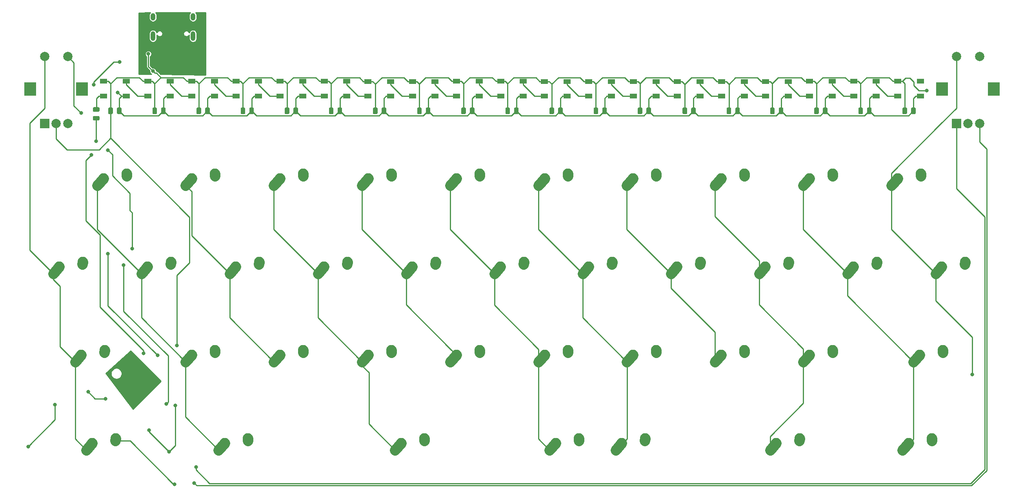
<source format=gbr>
G04 #@! TF.GenerationSoftware,KiCad,Pcbnew,(5.1.5)-3*
G04 #@! TF.CreationDate,2020-09-23T00:09:50-07:00*
G04 #@! TF.ProjectId,keyboard,6b657962-6f61-4726-942e-6b696361645f,rev?*
G04 #@! TF.SameCoordinates,Original*
G04 #@! TF.FileFunction,Copper,L1,Top*
G04 #@! TF.FilePolarity,Positive*
%FSLAX46Y46*%
G04 Gerber Fmt 4.6, Leading zero omitted, Abs format (unit mm)*
G04 Created by KiCad (PCBNEW (5.1.5)-3) date 2020-09-23 00:09:50*
%MOMM*%
%LPD*%
G04 APERTURE LIST*
%ADD10R,1.500000X1.000000*%
%ADD11R,2.000000X2.000000*%
%ADD12C,2.000000*%
%ADD13R,2.500000X3.000000*%
%ADD14C,0.100000*%
%ADD15C,2.250000*%
%ADD16C,2.250000*%
%ADD17O,1.000000X1.600000*%
%ADD18O,1.000000X2.100000*%
%ADD19C,0.800000*%
%ADD20C,0.250000*%
%ADD21C,0.254000*%
G04 APERTURE END LIST*
D10*
X154702500Y25786250D03*
X154702500Y22586250D03*
X159602500Y25786250D03*
X159602500Y22586250D03*
D11*
X141962500Y16668750D03*
D12*
X144462500Y16668750D03*
X146962500Y16668750D03*
D13*
X138862500Y24168750D03*
X150062500Y24168750D03*
D12*
X141962500Y31168750D03*
X146962500Y31168750D03*
D11*
X338812500Y16668750D03*
D12*
X341312500Y16668750D03*
X343812500Y16668750D03*
D13*
X335712500Y24168750D03*
X346912500Y24168750D03*
D12*
X338812500Y31168750D03*
X343812500Y31168750D03*
D10*
X326152500Y25786250D03*
X326152500Y22586250D03*
X331052500Y25786250D03*
X331052500Y22586250D03*
X316627500Y25786250D03*
X316627500Y22586250D03*
X321527500Y25786250D03*
X321527500Y22586250D03*
X307102500Y25786250D03*
X307102500Y22586250D03*
X312002500Y25786250D03*
X312002500Y22586250D03*
X173752500Y25786250D03*
X173752500Y22586250D03*
X178652500Y25786250D03*
X178652500Y22586250D03*
X164227500Y25786250D03*
X164227500Y22586250D03*
X169127500Y25786250D03*
X169127500Y22586250D03*
G04 #@! TA.AperFunction,SMDPad,CuDef*
D14*
G36*
X166007642Y20122576D02*
G01*
X166031303Y20119066D01*
X166054507Y20113254D01*
X166077029Y20105196D01*
X166098653Y20094968D01*
X166119170Y20082671D01*
X166138383Y20068421D01*
X166156107Y20052357D01*
X166172171Y20034633D01*
X166186421Y20015420D01*
X166198718Y19994903D01*
X166208946Y19973279D01*
X166217004Y19950757D01*
X166222816Y19927553D01*
X166226326Y19903892D01*
X166227500Y19880000D01*
X166227500Y18967500D01*
X166226326Y18943608D01*
X166222816Y18919947D01*
X166217004Y18896743D01*
X166208946Y18874221D01*
X166198718Y18852597D01*
X166186421Y18832080D01*
X166172171Y18812867D01*
X166156107Y18795143D01*
X166138383Y18779079D01*
X166119170Y18764829D01*
X166098653Y18752532D01*
X166077029Y18742304D01*
X166054507Y18734246D01*
X166031303Y18728434D01*
X166007642Y18724924D01*
X165983750Y18723750D01*
X165496250Y18723750D01*
X165472358Y18724924D01*
X165448697Y18728434D01*
X165425493Y18734246D01*
X165402971Y18742304D01*
X165381347Y18752532D01*
X165360830Y18764829D01*
X165341617Y18779079D01*
X165323893Y18795143D01*
X165307829Y18812867D01*
X165293579Y18832080D01*
X165281282Y18852597D01*
X165271054Y18874221D01*
X165262996Y18896743D01*
X165257184Y18919947D01*
X165253674Y18943608D01*
X165252500Y18967500D01*
X165252500Y19880000D01*
X165253674Y19903892D01*
X165257184Y19927553D01*
X165262996Y19950757D01*
X165271054Y19973279D01*
X165281282Y19994903D01*
X165293579Y20015420D01*
X165307829Y20034633D01*
X165323893Y20052357D01*
X165341617Y20068421D01*
X165360830Y20082671D01*
X165381347Y20094968D01*
X165402971Y20105196D01*
X165425493Y20113254D01*
X165448697Y20119066D01*
X165472358Y20122576D01*
X165496250Y20123750D01*
X165983750Y20123750D01*
X166007642Y20122576D01*
G37*
G04 #@! TD.AperFunction*
G04 #@! TA.AperFunction,SMDPad,CuDef*
G36*
X167882642Y20122576D02*
G01*
X167906303Y20119066D01*
X167929507Y20113254D01*
X167952029Y20105196D01*
X167973653Y20094968D01*
X167994170Y20082671D01*
X168013383Y20068421D01*
X168031107Y20052357D01*
X168047171Y20034633D01*
X168061421Y20015420D01*
X168073718Y19994903D01*
X168083946Y19973279D01*
X168092004Y19950757D01*
X168097816Y19927553D01*
X168101326Y19903892D01*
X168102500Y19880000D01*
X168102500Y18967500D01*
X168101326Y18943608D01*
X168097816Y18919947D01*
X168092004Y18896743D01*
X168083946Y18874221D01*
X168073718Y18852597D01*
X168061421Y18832080D01*
X168047171Y18812867D01*
X168031107Y18795143D01*
X168013383Y18779079D01*
X167994170Y18764829D01*
X167973653Y18752532D01*
X167952029Y18742304D01*
X167929507Y18734246D01*
X167906303Y18728434D01*
X167882642Y18724924D01*
X167858750Y18723750D01*
X167371250Y18723750D01*
X167347358Y18724924D01*
X167323697Y18728434D01*
X167300493Y18734246D01*
X167277971Y18742304D01*
X167256347Y18752532D01*
X167235830Y18764829D01*
X167216617Y18779079D01*
X167198893Y18795143D01*
X167182829Y18812867D01*
X167168579Y18832080D01*
X167156282Y18852597D01*
X167146054Y18874221D01*
X167137996Y18896743D01*
X167132184Y18919947D01*
X167128674Y18943608D01*
X167127500Y18967500D01*
X167127500Y19880000D01*
X167128674Y19903892D01*
X167132184Y19927553D01*
X167137996Y19950757D01*
X167146054Y19973279D01*
X167156282Y19994903D01*
X167168579Y20015420D01*
X167182829Y20034633D01*
X167198893Y20052357D01*
X167216617Y20068421D01*
X167235830Y20082671D01*
X167256347Y20094968D01*
X167277971Y20105196D01*
X167300493Y20113254D01*
X167323697Y20119066D01*
X167347358Y20122576D01*
X167371250Y20123750D01*
X167858750Y20123750D01*
X167882642Y20122576D01*
G37*
G04 #@! TD.AperFunction*
G04 #@! TA.AperFunction,SMDPad,CuDef*
G36*
X308882642Y20122576D02*
G01*
X308906303Y20119066D01*
X308929507Y20113254D01*
X308952029Y20105196D01*
X308973653Y20094968D01*
X308994170Y20082671D01*
X309013383Y20068421D01*
X309031107Y20052357D01*
X309047171Y20034633D01*
X309061421Y20015420D01*
X309073718Y19994903D01*
X309083946Y19973279D01*
X309092004Y19950757D01*
X309097816Y19927553D01*
X309101326Y19903892D01*
X309102500Y19880000D01*
X309102500Y18967500D01*
X309101326Y18943608D01*
X309097816Y18919947D01*
X309092004Y18896743D01*
X309083946Y18874221D01*
X309073718Y18852597D01*
X309061421Y18832080D01*
X309047171Y18812867D01*
X309031107Y18795143D01*
X309013383Y18779079D01*
X308994170Y18764829D01*
X308973653Y18752532D01*
X308952029Y18742304D01*
X308929507Y18734246D01*
X308906303Y18728434D01*
X308882642Y18724924D01*
X308858750Y18723750D01*
X308371250Y18723750D01*
X308347358Y18724924D01*
X308323697Y18728434D01*
X308300493Y18734246D01*
X308277971Y18742304D01*
X308256347Y18752532D01*
X308235830Y18764829D01*
X308216617Y18779079D01*
X308198893Y18795143D01*
X308182829Y18812867D01*
X308168579Y18832080D01*
X308156282Y18852597D01*
X308146054Y18874221D01*
X308137996Y18896743D01*
X308132184Y18919947D01*
X308128674Y18943608D01*
X308127500Y18967500D01*
X308127500Y19880000D01*
X308128674Y19903892D01*
X308132184Y19927553D01*
X308137996Y19950757D01*
X308146054Y19973279D01*
X308156282Y19994903D01*
X308168579Y20015420D01*
X308182829Y20034633D01*
X308198893Y20052357D01*
X308216617Y20068421D01*
X308235830Y20082671D01*
X308256347Y20094968D01*
X308277971Y20105196D01*
X308300493Y20113254D01*
X308323697Y20119066D01*
X308347358Y20122576D01*
X308371250Y20123750D01*
X308858750Y20123750D01*
X308882642Y20122576D01*
G37*
G04 #@! TD.AperFunction*
G04 #@! TA.AperFunction,SMDPad,CuDef*
G36*
X310757642Y20122576D02*
G01*
X310781303Y20119066D01*
X310804507Y20113254D01*
X310827029Y20105196D01*
X310848653Y20094968D01*
X310869170Y20082671D01*
X310888383Y20068421D01*
X310906107Y20052357D01*
X310922171Y20034633D01*
X310936421Y20015420D01*
X310948718Y19994903D01*
X310958946Y19973279D01*
X310967004Y19950757D01*
X310972816Y19927553D01*
X310976326Y19903892D01*
X310977500Y19880000D01*
X310977500Y18967500D01*
X310976326Y18943608D01*
X310972816Y18919947D01*
X310967004Y18896743D01*
X310958946Y18874221D01*
X310948718Y18852597D01*
X310936421Y18832080D01*
X310922171Y18812867D01*
X310906107Y18795143D01*
X310888383Y18779079D01*
X310869170Y18764829D01*
X310848653Y18752532D01*
X310827029Y18742304D01*
X310804507Y18734246D01*
X310781303Y18728434D01*
X310757642Y18724924D01*
X310733750Y18723750D01*
X310246250Y18723750D01*
X310222358Y18724924D01*
X310198697Y18728434D01*
X310175493Y18734246D01*
X310152971Y18742304D01*
X310131347Y18752532D01*
X310110830Y18764829D01*
X310091617Y18779079D01*
X310073893Y18795143D01*
X310057829Y18812867D01*
X310043579Y18832080D01*
X310031282Y18852597D01*
X310021054Y18874221D01*
X310012996Y18896743D01*
X310007184Y18919947D01*
X310003674Y18943608D01*
X310002500Y18967500D01*
X310002500Y19880000D01*
X310003674Y19903892D01*
X310007184Y19927553D01*
X310012996Y19950757D01*
X310021054Y19973279D01*
X310031282Y19994903D01*
X310043579Y20015420D01*
X310057829Y20034633D01*
X310073893Y20052357D01*
X310091617Y20068421D01*
X310110830Y20082671D01*
X310131347Y20094968D01*
X310152971Y20105196D01*
X310175493Y20113254D01*
X310198697Y20119066D01*
X310222358Y20122576D01*
X310246250Y20123750D01*
X310733750Y20123750D01*
X310757642Y20122576D01*
G37*
G04 #@! TD.AperFunction*
G04 #@! TA.AperFunction,SMDPad,CuDef*
G36*
X156482642Y20122576D02*
G01*
X156506303Y20119066D01*
X156529507Y20113254D01*
X156552029Y20105196D01*
X156573653Y20094968D01*
X156594170Y20082671D01*
X156613383Y20068421D01*
X156631107Y20052357D01*
X156647171Y20034633D01*
X156661421Y20015420D01*
X156673718Y19994903D01*
X156683946Y19973279D01*
X156692004Y19950757D01*
X156697816Y19927553D01*
X156701326Y19903892D01*
X156702500Y19880000D01*
X156702500Y18967500D01*
X156701326Y18943608D01*
X156697816Y18919947D01*
X156692004Y18896743D01*
X156683946Y18874221D01*
X156673718Y18852597D01*
X156661421Y18832080D01*
X156647171Y18812867D01*
X156631107Y18795143D01*
X156613383Y18779079D01*
X156594170Y18764829D01*
X156573653Y18752532D01*
X156552029Y18742304D01*
X156529507Y18734246D01*
X156506303Y18728434D01*
X156482642Y18724924D01*
X156458750Y18723750D01*
X155971250Y18723750D01*
X155947358Y18724924D01*
X155923697Y18728434D01*
X155900493Y18734246D01*
X155877971Y18742304D01*
X155856347Y18752532D01*
X155835830Y18764829D01*
X155816617Y18779079D01*
X155798893Y18795143D01*
X155782829Y18812867D01*
X155768579Y18832080D01*
X155756282Y18852597D01*
X155746054Y18874221D01*
X155737996Y18896743D01*
X155732184Y18919947D01*
X155728674Y18943608D01*
X155727500Y18967500D01*
X155727500Y19880000D01*
X155728674Y19903892D01*
X155732184Y19927553D01*
X155737996Y19950757D01*
X155746054Y19973279D01*
X155756282Y19994903D01*
X155768579Y20015420D01*
X155782829Y20034633D01*
X155798893Y20052357D01*
X155816617Y20068421D01*
X155835830Y20082671D01*
X155856347Y20094968D01*
X155877971Y20105196D01*
X155900493Y20113254D01*
X155923697Y20119066D01*
X155947358Y20122576D01*
X155971250Y20123750D01*
X156458750Y20123750D01*
X156482642Y20122576D01*
G37*
G04 #@! TD.AperFunction*
G04 #@! TA.AperFunction,SMDPad,CuDef*
G36*
X158357642Y20122576D02*
G01*
X158381303Y20119066D01*
X158404507Y20113254D01*
X158427029Y20105196D01*
X158448653Y20094968D01*
X158469170Y20082671D01*
X158488383Y20068421D01*
X158506107Y20052357D01*
X158522171Y20034633D01*
X158536421Y20015420D01*
X158548718Y19994903D01*
X158558946Y19973279D01*
X158567004Y19950757D01*
X158572816Y19927553D01*
X158576326Y19903892D01*
X158577500Y19880000D01*
X158577500Y18967500D01*
X158576326Y18943608D01*
X158572816Y18919947D01*
X158567004Y18896743D01*
X158558946Y18874221D01*
X158548718Y18852597D01*
X158536421Y18832080D01*
X158522171Y18812867D01*
X158506107Y18795143D01*
X158488383Y18779079D01*
X158469170Y18764829D01*
X158448653Y18752532D01*
X158427029Y18742304D01*
X158404507Y18734246D01*
X158381303Y18728434D01*
X158357642Y18724924D01*
X158333750Y18723750D01*
X157846250Y18723750D01*
X157822358Y18724924D01*
X157798697Y18728434D01*
X157775493Y18734246D01*
X157752971Y18742304D01*
X157731347Y18752532D01*
X157710830Y18764829D01*
X157691617Y18779079D01*
X157673893Y18795143D01*
X157657829Y18812867D01*
X157643579Y18832080D01*
X157631282Y18852597D01*
X157621054Y18874221D01*
X157612996Y18896743D01*
X157607184Y18919947D01*
X157603674Y18943608D01*
X157602500Y18967500D01*
X157602500Y19880000D01*
X157603674Y19903892D01*
X157607184Y19927553D01*
X157612996Y19950757D01*
X157621054Y19973279D01*
X157631282Y19994903D01*
X157643579Y20015420D01*
X157657829Y20034633D01*
X157673893Y20052357D01*
X157691617Y20068421D01*
X157710830Y20082671D01*
X157731347Y20094968D01*
X157752971Y20105196D01*
X157775493Y20113254D01*
X157798697Y20119066D01*
X157822358Y20122576D01*
X157846250Y20123750D01*
X158333750Y20123750D01*
X158357642Y20122576D01*
G37*
G04 #@! TD.AperFunction*
G04 #@! TA.AperFunction,SMDPad,CuDef*
G36*
X318407642Y20122576D02*
G01*
X318431303Y20119066D01*
X318454507Y20113254D01*
X318477029Y20105196D01*
X318498653Y20094968D01*
X318519170Y20082671D01*
X318538383Y20068421D01*
X318556107Y20052357D01*
X318572171Y20034633D01*
X318586421Y20015420D01*
X318598718Y19994903D01*
X318608946Y19973279D01*
X318617004Y19950757D01*
X318622816Y19927553D01*
X318626326Y19903892D01*
X318627500Y19880000D01*
X318627500Y18967500D01*
X318626326Y18943608D01*
X318622816Y18919947D01*
X318617004Y18896743D01*
X318608946Y18874221D01*
X318598718Y18852597D01*
X318586421Y18832080D01*
X318572171Y18812867D01*
X318556107Y18795143D01*
X318538383Y18779079D01*
X318519170Y18764829D01*
X318498653Y18752532D01*
X318477029Y18742304D01*
X318454507Y18734246D01*
X318431303Y18728434D01*
X318407642Y18724924D01*
X318383750Y18723750D01*
X317896250Y18723750D01*
X317872358Y18724924D01*
X317848697Y18728434D01*
X317825493Y18734246D01*
X317802971Y18742304D01*
X317781347Y18752532D01*
X317760830Y18764829D01*
X317741617Y18779079D01*
X317723893Y18795143D01*
X317707829Y18812867D01*
X317693579Y18832080D01*
X317681282Y18852597D01*
X317671054Y18874221D01*
X317662996Y18896743D01*
X317657184Y18919947D01*
X317653674Y18943608D01*
X317652500Y18967500D01*
X317652500Y19880000D01*
X317653674Y19903892D01*
X317657184Y19927553D01*
X317662996Y19950757D01*
X317671054Y19973279D01*
X317681282Y19994903D01*
X317693579Y20015420D01*
X317707829Y20034633D01*
X317723893Y20052357D01*
X317741617Y20068421D01*
X317760830Y20082671D01*
X317781347Y20094968D01*
X317802971Y20105196D01*
X317825493Y20113254D01*
X317848697Y20119066D01*
X317872358Y20122576D01*
X317896250Y20123750D01*
X318383750Y20123750D01*
X318407642Y20122576D01*
G37*
G04 #@! TD.AperFunction*
G04 #@! TA.AperFunction,SMDPad,CuDef*
G36*
X320282642Y20122576D02*
G01*
X320306303Y20119066D01*
X320329507Y20113254D01*
X320352029Y20105196D01*
X320373653Y20094968D01*
X320394170Y20082671D01*
X320413383Y20068421D01*
X320431107Y20052357D01*
X320447171Y20034633D01*
X320461421Y20015420D01*
X320473718Y19994903D01*
X320483946Y19973279D01*
X320492004Y19950757D01*
X320497816Y19927553D01*
X320501326Y19903892D01*
X320502500Y19880000D01*
X320502500Y18967500D01*
X320501326Y18943608D01*
X320497816Y18919947D01*
X320492004Y18896743D01*
X320483946Y18874221D01*
X320473718Y18852597D01*
X320461421Y18832080D01*
X320447171Y18812867D01*
X320431107Y18795143D01*
X320413383Y18779079D01*
X320394170Y18764829D01*
X320373653Y18752532D01*
X320352029Y18742304D01*
X320329507Y18734246D01*
X320306303Y18728434D01*
X320282642Y18724924D01*
X320258750Y18723750D01*
X319771250Y18723750D01*
X319747358Y18724924D01*
X319723697Y18728434D01*
X319700493Y18734246D01*
X319677971Y18742304D01*
X319656347Y18752532D01*
X319635830Y18764829D01*
X319616617Y18779079D01*
X319598893Y18795143D01*
X319582829Y18812867D01*
X319568579Y18832080D01*
X319556282Y18852597D01*
X319546054Y18874221D01*
X319537996Y18896743D01*
X319532184Y18919947D01*
X319528674Y18943608D01*
X319527500Y18967500D01*
X319527500Y19880000D01*
X319528674Y19903892D01*
X319532184Y19927553D01*
X319537996Y19950757D01*
X319546054Y19973279D01*
X319556282Y19994903D01*
X319568579Y20015420D01*
X319582829Y20034633D01*
X319598893Y20052357D01*
X319616617Y20068421D01*
X319635830Y20082671D01*
X319656347Y20094968D01*
X319677971Y20105196D01*
X319700493Y20113254D01*
X319723697Y20119066D01*
X319747358Y20122576D01*
X319771250Y20123750D01*
X320258750Y20123750D01*
X320282642Y20122576D01*
G37*
G04 #@! TD.AperFunction*
G04 #@! TA.AperFunction,SMDPad,CuDef*
G36*
X327932642Y20122576D02*
G01*
X327956303Y20119066D01*
X327979507Y20113254D01*
X328002029Y20105196D01*
X328023653Y20094968D01*
X328044170Y20082671D01*
X328063383Y20068421D01*
X328081107Y20052357D01*
X328097171Y20034633D01*
X328111421Y20015420D01*
X328123718Y19994903D01*
X328133946Y19973279D01*
X328142004Y19950757D01*
X328147816Y19927553D01*
X328151326Y19903892D01*
X328152500Y19880000D01*
X328152500Y18967500D01*
X328151326Y18943608D01*
X328147816Y18919947D01*
X328142004Y18896743D01*
X328133946Y18874221D01*
X328123718Y18852597D01*
X328111421Y18832080D01*
X328097171Y18812867D01*
X328081107Y18795143D01*
X328063383Y18779079D01*
X328044170Y18764829D01*
X328023653Y18752532D01*
X328002029Y18742304D01*
X327979507Y18734246D01*
X327956303Y18728434D01*
X327932642Y18724924D01*
X327908750Y18723750D01*
X327421250Y18723750D01*
X327397358Y18724924D01*
X327373697Y18728434D01*
X327350493Y18734246D01*
X327327971Y18742304D01*
X327306347Y18752532D01*
X327285830Y18764829D01*
X327266617Y18779079D01*
X327248893Y18795143D01*
X327232829Y18812867D01*
X327218579Y18832080D01*
X327206282Y18852597D01*
X327196054Y18874221D01*
X327187996Y18896743D01*
X327182184Y18919947D01*
X327178674Y18943608D01*
X327177500Y18967500D01*
X327177500Y19880000D01*
X327178674Y19903892D01*
X327182184Y19927553D01*
X327187996Y19950757D01*
X327196054Y19973279D01*
X327206282Y19994903D01*
X327218579Y20015420D01*
X327232829Y20034633D01*
X327248893Y20052357D01*
X327266617Y20068421D01*
X327285830Y20082671D01*
X327306347Y20094968D01*
X327327971Y20105196D01*
X327350493Y20113254D01*
X327373697Y20119066D01*
X327397358Y20122576D01*
X327421250Y20123750D01*
X327908750Y20123750D01*
X327932642Y20122576D01*
G37*
G04 #@! TD.AperFunction*
G04 #@! TA.AperFunction,SMDPad,CuDef*
G36*
X329807642Y20122576D02*
G01*
X329831303Y20119066D01*
X329854507Y20113254D01*
X329877029Y20105196D01*
X329898653Y20094968D01*
X329919170Y20082671D01*
X329938383Y20068421D01*
X329956107Y20052357D01*
X329972171Y20034633D01*
X329986421Y20015420D01*
X329998718Y19994903D01*
X330008946Y19973279D01*
X330017004Y19950757D01*
X330022816Y19927553D01*
X330026326Y19903892D01*
X330027500Y19880000D01*
X330027500Y18967500D01*
X330026326Y18943608D01*
X330022816Y18919947D01*
X330017004Y18896743D01*
X330008946Y18874221D01*
X329998718Y18852597D01*
X329986421Y18832080D01*
X329972171Y18812867D01*
X329956107Y18795143D01*
X329938383Y18779079D01*
X329919170Y18764829D01*
X329898653Y18752532D01*
X329877029Y18742304D01*
X329854507Y18734246D01*
X329831303Y18728434D01*
X329807642Y18724924D01*
X329783750Y18723750D01*
X329296250Y18723750D01*
X329272358Y18724924D01*
X329248697Y18728434D01*
X329225493Y18734246D01*
X329202971Y18742304D01*
X329181347Y18752532D01*
X329160830Y18764829D01*
X329141617Y18779079D01*
X329123893Y18795143D01*
X329107829Y18812867D01*
X329093579Y18832080D01*
X329081282Y18852597D01*
X329071054Y18874221D01*
X329062996Y18896743D01*
X329057184Y18919947D01*
X329053674Y18943608D01*
X329052500Y18967500D01*
X329052500Y19880000D01*
X329053674Y19903892D01*
X329057184Y19927553D01*
X329062996Y19950757D01*
X329071054Y19973279D01*
X329081282Y19994903D01*
X329093579Y20015420D01*
X329107829Y20034633D01*
X329123893Y20052357D01*
X329141617Y20068421D01*
X329160830Y20082671D01*
X329181347Y20094968D01*
X329202971Y20105196D01*
X329225493Y20113254D01*
X329248697Y20119066D01*
X329272358Y20122576D01*
X329296250Y20123750D01*
X329783750Y20123750D01*
X329807642Y20122576D01*
G37*
G04 #@! TD.AperFunction*
G04 #@! TA.AperFunction,SMDPad,CuDef*
G36*
X175532642Y20122576D02*
G01*
X175556303Y20119066D01*
X175579507Y20113254D01*
X175602029Y20105196D01*
X175623653Y20094968D01*
X175644170Y20082671D01*
X175663383Y20068421D01*
X175681107Y20052357D01*
X175697171Y20034633D01*
X175711421Y20015420D01*
X175723718Y19994903D01*
X175733946Y19973279D01*
X175742004Y19950757D01*
X175747816Y19927553D01*
X175751326Y19903892D01*
X175752500Y19880000D01*
X175752500Y18967500D01*
X175751326Y18943608D01*
X175747816Y18919947D01*
X175742004Y18896743D01*
X175733946Y18874221D01*
X175723718Y18852597D01*
X175711421Y18832080D01*
X175697171Y18812867D01*
X175681107Y18795143D01*
X175663383Y18779079D01*
X175644170Y18764829D01*
X175623653Y18752532D01*
X175602029Y18742304D01*
X175579507Y18734246D01*
X175556303Y18728434D01*
X175532642Y18724924D01*
X175508750Y18723750D01*
X175021250Y18723750D01*
X174997358Y18724924D01*
X174973697Y18728434D01*
X174950493Y18734246D01*
X174927971Y18742304D01*
X174906347Y18752532D01*
X174885830Y18764829D01*
X174866617Y18779079D01*
X174848893Y18795143D01*
X174832829Y18812867D01*
X174818579Y18832080D01*
X174806282Y18852597D01*
X174796054Y18874221D01*
X174787996Y18896743D01*
X174782184Y18919947D01*
X174778674Y18943608D01*
X174777500Y18967500D01*
X174777500Y19880000D01*
X174778674Y19903892D01*
X174782184Y19927553D01*
X174787996Y19950757D01*
X174796054Y19973279D01*
X174806282Y19994903D01*
X174818579Y20015420D01*
X174832829Y20034633D01*
X174848893Y20052357D01*
X174866617Y20068421D01*
X174885830Y20082671D01*
X174906347Y20094968D01*
X174927971Y20105196D01*
X174950493Y20113254D01*
X174973697Y20119066D01*
X174997358Y20122576D01*
X175021250Y20123750D01*
X175508750Y20123750D01*
X175532642Y20122576D01*
G37*
G04 #@! TD.AperFunction*
G04 #@! TA.AperFunction,SMDPad,CuDef*
G36*
X177407642Y20122576D02*
G01*
X177431303Y20119066D01*
X177454507Y20113254D01*
X177477029Y20105196D01*
X177498653Y20094968D01*
X177519170Y20082671D01*
X177538383Y20068421D01*
X177556107Y20052357D01*
X177572171Y20034633D01*
X177586421Y20015420D01*
X177598718Y19994903D01*
X177608946Y19973279D01*
X177617004Y19950757D01*
X177622816Y19927553D01*
X177626326Y19903892D01*
X177627500Y19880000D01*
X177627500Y18967500D01*
X177626326Y18943608D01*
X177622816Y18919947D01*
X177617004Y18896743D01*
X177608946Y18874221D01*
X177598718Y18852597D01*
X177586421Y18832080D01*
X177572171Y18812867D01*
X177556107Y18795143D01*
X177538383Y18779079D01*
X177519170Y18764829D01*
X177498653Y18752532D01*
X177477029Y18742304D01*
X177454507Y18734246D01*
X177431303Y18728434D01*
X177407642Y18724924D01*
X177383750Y18723750D01*
X176896250Y18723750D01*
X176872358Y18724924D01*
X176848697Y18728434D01*
X176825493Y18734246D01*
X176802971Y18742304D01*
X176781347Y18752532D01*
X176760830Y18764829D01*
X176741617Y18779079D01*
X176723893Y18795143D01*
X176707829Y18812867D01*
X176693579Y18832080D01*
X176681282Y18852597D01*
X176671054Y18874221D01*
X176662996Y18896743D01*
X176657184Y18919947D01*
X176653674Y18943608D01*
X176652500Y18967500D01*
X176652500Y19880000D01*
X176653674Y19903892D01*
X176657184Y19927553D01*
X176662996Y19950757D01*
X176671054Y19973279D01*
X176681282Y19994903D01*
X176693579Y20015420D01*
X176707829Y20034633D01*
X176723893Y20052357D01*
X176741617Y20068421D01*
X176760830Y20082671D01*
X176781347Y20094968D01*
X176802971Y20105196D01*
X176825493Y20113254D01*
X176848697Y20119066D01*
X176872358Y20122576D01*
X176896250Y20123750D01*
X177383750Y20123750D01*
X177407642Y20122576D01*
G37*
G04 #@! TD.AperFunction*
G04 #@! TA.AperFunction,SMDPad,CuDef*
G36*
X153603892Y20197576D02*
G01*
X153627553Y20194066D01*
X153650757Y20188254D01*
X153673279Y20180196D01*
X153694903Y20169968D01*
X153715420Y20157671D01*
X153734633Y20143421D01*
X153752357Y20127357D01*
X153768421Y20109633D01*
X153782671Y20090420D01*
X153794968Y20069903D01*
X153805196Y20048279D01*
X153813254Y20025757D01*
X153819066Y20002553D01*
X153822576Y19978892D01*
X153823750Y19955000D01*
X153823750Y19467500D01*
X153822576Y19443608D01*
X153819066Y19419947D01*
X153813254Y19396743D01*
X153805196Y19374221D01*
X153794968Y19352597D01*
X153782671Y19332080D01*
X153768421Y19312867D01*
X153752357Y19295143D01*
X153734633Y19279079D01*
X153715420Y19264829D01*
X153694903Y19252532D01*
X153673279Y19242304D01*
X153650757Y19234246D01*
X153627553Y19228434D01*
X153603892Y19224924D01*
X153580000Y19223750D01*
X152667500Y19223750D01*
X152643608Y19224924D01*
X152619947Y19228434D01*
X152596743Y19234246D01*
X152574221Y19242304D01*
X152552597Y19252532D01*
X152532080Y19264829D01*
X152512867Y19279079D01*
X152495143Y19295143D01*
X152479079Y19312867D01*
X152464829Y19332080D01*
X152452532Y19352597D01*
X152442304Y19374221D01*
X152434246Y19396743D01*
X152428434Y19419947D01*
X152424924Y19443608D01*
X152423750Y19467500D01*
X152423750Y19955000D01*
X152424924Y19978892D01*
X152428434Y20002553D01*
X152434246Y20025757D01*
X152442304Y20048279D01*
X152452532Y20069903D01*
X152464829Y20090420D01*
X152479079Y20109633D01*
X152495143Y20127357D01*
X152512867Y20143421D01*
X152532080Y20157671D01*
X152552597Y20169968D01*
X152574221Y20180196D01*
X152596743Y20188254D01*
X152619947Y20194066D01*
X152643608Y20197576D01*
X152667500Y20198750D01*
X153580000Y20198750D01*
X153603892Y20197576D01*
G37*
G04 #@! TD.AperFunction*
G04 #@! TA.AperFunction,SMDPad,CuDef*
G36*
X153603892Y18322576D02*
G01*
X153627553Y18319066D01*
X153650757Y18313254D01*
X153673279Y18305196D01*
X153694903Y18294968D01*
X153715420Y18282671D01*
X153734633Y18268421D01*
X153752357Y18252357D01*
X153768421Y18234633D01*
X153782671Y18215420D01*
X153794968Y18194903D01*
X153805196Y18173279D01*
X153813254Y18150757D01*
X153819066Y18127553D01*
X153822576Y18103892D01*
X153823750Y18080000D01*
X153823750Y17592500D01*
X153822576Y17568608D01*
X153819066Y17544947D01*
X153813254Y17521743D01*
X153805196Y17499221D01*
X153794968Y17477597D01*
X153782671Y17457080D01*
X153768421Y17437867D01*
X153752357Y17420143D01*
X153734633Y17404079D01*
X153715420Y17389829D01*
X153694903Y17377532D01*
X153673279Y17367304D01*
X153650757Y17359246D01*
X153627553Y17353434D01*
X153603892Y17349924D01*
X153580000Y17348750D01*
X152667500Y17348750D01*
X152643608Y17349924D01*
X152619947Y17353434D01*
X152596743Y17359246D01*
X152574221Y17367304D01*
X152552597Y17377532D01*
X152532080Y17389829D01*
X152512867Y17404079D01*
X152495143Y17420143D01*
X152479079Y17437867D01*
X152464829Y17457080D01*
X152452532Y17477597D01*
X152442304Y17499221D01*
X152434246Y17521743D01*
X152428434Y17544947D01*
X152424924Y17568608D01*
X152423750Y17592500D01*
X152423750Y18080000D01*
X152424924Y18103892D01*
X152428434Y18127553D01*
X152434246Y18150757D01*
X152442304Y18173279D01*
X152452532Y18194903D01*
X152464829Y18215420D01*
X152479079Y18234633D01*
X152495143Y18252357D01*
X152512867Y18268421D01*
X152532080Y18282671D01*
X152552597Y18294968D01*
X152574221Y18305196D01*
X152596743Y18313254D01*
X152619947Y18319066D01*
X152643608Y18322576D01*
X152667500Y18323750D01*
X153580000Y18323750D01*
X153603892Y18322576D01*
G37*
G04 #@! TD.AperFunction*
D10*
X297646250Y25773750D03*
X297646250Y22573750D03*
X302546250Y25773750D03*
X302546250Y22573750D03*
X288121250Y25773750D03*
X288121250Y22573750D03*
X293021250Y25773750D03*
X293021250Y22573750D03*
X278596250Y25773750D03*
X278596250Y22573750D03*
X283496250Y25773750D03*
X283496250Y22573750D03*
X269071250Y25773750D03*
X269071250Y22573750D03*
X273971250Y25773750D03*
X273971250Y22573750D03*
X259408750Y25773750D03*
X259408750Y22573750D03*
X264308750Y25773750D03*
X264308750Y22573750D03*
X249883750Y25773750D03*
X249883750Y22573750D03*
X254783750Y25773750D03*
X254783750Y22573750D03*
X240427500Y25786250D03*
X240427500Y22586250D03*
X245327500Y25786250D03*
X245327500Y22586250D03*
X230902500Y25786250D03*
X230902500Y22586250D03*
X235802500Y25786250D03*
X235802500Y22586250D03*
X221377500Y25773750D03*
X221377500Y22573750D03*
X226277500Y25773750D03*
X226277500Y22573750D03*
X211783750Y25773750D03*
X211783750Y22573750D03*
X216683750Y25773750D03*
X216683750Y22573750D03*
X202327500Y25786250D03*
X202327500Y22586250D03*
X207227500Y25786250D03*
X207227500Y22586250D03*
X192802500Y25786250D03*
X192802500Y22586250D03*
X197702500Y25786250D03*
X197702500Y22586250D03*
X183277500Y25786250D03*
X183277500Y22586250D03*
X188177500Y25786250D03*
X188177500Y22586250D03*
G04 #@! TA.AperFunction,SMDPad,CuDef*
D14*
G36*
X223157642Y20122576D02*
G01*
X223181303Y20119066D01*
X223204507Y20113254D01*
X223227029Y20105196D01*
X223248653Y20094968D01*
X223269170Y20082671D01*
X223288383Y20068421D01*
X223306107Y20052357D01*
X223322171Y20034633D01*
X223336421Y20015420D01*
X223348718Y19994903D01*
X223358946Y19973279D01*
X223367004Y19950757D01*
X223372816Y19927553D01*
X223376326Y19903892D01*
X223377500Y19880000D01*
X223377500Y18967500D01*
X223376326Y18943608D01*
X223372816Y18919947D01*
X223367004Y18896743D01*
X223358946Y18874221D01*
X223348718Y18852597D01*
X223336421Y18832080D01*
X223322171Y18812867D01*
X223306107Y18795143D01*
X223288383Y18779079D01*
X223269170Y18764829D01*
X223248653Y18752532D01*
X223227029Y18742304D01*
X223204507Y18734246D01*
X223181303Y18728434D01*
X223157642Y18724924D01*
X223133750Y18723750D01*
X222646250Y18723750D01*
X222622358Y18724924D01*
X222598697Y18728434D01*
X222575493Y18734246D01*
X222552971Y18742304D01*
X222531347Y18752532D01*
X222510830Y18764829D01*
X222491617Y18779079D01*
X222473893Y18795143D01*
X222457829Y18812867D01*
X222443579Y18832080D01*
X222431282Y18852597D01*
X222421054Y18874221D01*
X222412996Y18896743D01*
X222407184Y18919947D01*
X222403674Y18943608D01*
X222402500Y18967500D01*
X222402500Y19880000D01*
X222403674Y19903892D01*
X222407184Y19927553D01*
X222412996Y19950757D01*
X222421054Y19973279D01*
X222431282Y19994903D01*
X222443579Y20015420D01*
X222457829Y20034633D01*
X222473893Y20052357D01*
X222491617Y20068421D01*
X222510830Y20082671D01*
X222531347Y20094968D01*
X222552971Y20105196D01*
X222575493Y20113254D01*
X222598697Y20119066D01*
X222622358Y20122576D01*
X222646250Y20123750D01*
X223133750Y20123750D01*
X223157642Y20122576D01*
G37*
G04 #@! TD.AperFunction*
G04 #@! TA.AperFunction,SMDPad,CuDef*
G36*
X225032642Y20122576D02*
G01*
X225056303Y20119066D01*
X225079507Y20113254D01*
X225102029Y20105196D01*
X225123653Y20094968D01*
X225144170Y20082671D01*
X225163383Y20068421D01*
X225181107Y20052357D01*
X225197171Y20034633D01*
X225211421Y20015420D01*
X225223718Y19994903D01*
X225233946Y19973279D01*
X225242004Y19950757D01*
X225247816Y19927553D01*
X225251326Y19903892D01*
X225252500Y19880000D01*
X225252500Y18967500D01*
X225251326Y18943608D01*
X225247816Y18919947D01*
X225242004Y18896743D01*
X225233946Y18874221D01*
X225223718Y18852597D01*
X225211421Y18832080D01*
X225197171Y18812867D01*
X225181107Y18795143D01*
X225163383Y18779079D01*
X225144170Y18764829D01*
X225123653Y18752532D01*
X225102029Y18742304D01*
X225079507Y18734246D01*
X225056303Y18728434D01*
X225032642Y18724924D01*
X225008750Y18723750D01*
X224521250Y18723750D01*
X224497358Y18724924D01*
X224473697Y18728434D01*
X224450493Y18734246D01*
X224427971Y18742304D01*
X224406347Y18752532D01*
X224385830Y18764829D01*
X224366617Y18779079D01*
X224348893Y18795143D01*
X224332829Y18812867D01*
X224318579Y18832080D01*
X224306282Y18852597D01*
X224296054Y18874221D01*
X224287996Y18896743D01*
X224282184Y18919947D01*
X224278674Y18943608D01*
X224277500Y18967500D01*
X224277500Y19880000D01*
X224278674Y19903892D01*
X224282184Y19927553D01*
X224287996Y19950757D01*
X224296054Y19973279D01*
X224306282Y19994903D01*
X224318579Y20015420D01*
X224332829Y20034633D01*
X224348893Y20052357D01*
X224366617Y20068421D01*
X224385830Y20082671D01*
X224406347Y20094968D01*
X224427971Y20105196D01*
X224450493Y20113254D01*
X224473697Y20119066D01*
X224497358Y20122576D01*
X224521250Y20123750D01*
X225008750Y20123750D01*
X225032642Y20122576D01*
G37*
G04 #@! TD.AperFunction*
G04 #@! TA.AperFunction,SMDPad,CuDef*
G36*
X242207642Y20122576D02*
G01*
X242231303Y20119066D01*
X242254507Y20113254D01*
X242277029Y20105196D01*
X242298653Y20094968D01*
X242319170Y20082671D01*
X242338383Y20068421D01*
X242356107Y20052357D01*
X242372171Y20034633D01*
X242386421Y20015420D01*
X242398718Y19994903D01*
X242408946Y19973279D01*
X242417004Y19950757D01*
X242422816Y19927553D01*
X242426326Y19903892D01*
X242427500Y19880000D01*
X242427500Y18967500D01*
X242426326Y18943608D01*
X242422816Y18919947D01*
X242417004Y18896743D01*
X242408946Y18874221D01*
X242398718Y18852597D01*
X242386421Y18832080D01*
X242372171Y18812867D01*
X242356107Y18795143D01*
X242338383Y18779079D01*
X242319170Y18764829D01*
X242298653Y18752532D01*
X242277029Y18742304D01*
X242254507Y18734246D01*
X242231303Y18728434D01*
X242207642Y18724924D01*
X242183750Y18723750D01*
X241696250Y18723750D01*
X241672358Y18724924D01*
X241648697Y18728434D01*
X241625493Y18734246D01*
X241602971Y18742304D01*
X241581347Y18752532D01*
X241560830Y18764829D01*
X241541617Y18779079D01*
X241523893Y18795143D01*
X241507829Y18812867D01*
X241493579Y18832080D01*
X241481282Y18852597D01*
X241471054Y18874221D01*
X241462996Y18896743D01*
X241457184Y18919947D01*
X241453674Y18943608D01*
X241452500Y18967500D01*
X241452500Y19880000D01*
X241453674Y19903892D01*
X241457184Y19927553D01*
X241462996Y19950757D01*
X241471054Y19973279D01*
X241481282Y19994903D01*
X241493579Y20015420D01*
X241507829Y20034633D01*
X241523893Y20052357D01*
X241541617Y20068421D01*
X241560830Y20082671D01*
X241581347Y20094968D01*
X241602971Y20105196D01*
X241625493Y20113254D01*
X241648697Y20119066D01*
X241672358Y20122576D01*
X241696250Y20123750D01*
X242183750Y20123750D01*
X242207642Y20122576D01*
G37*
G04 #@! TD.AperFunction*
G04 #@! TA.AperFunction,SMDPad,CuDef*
G36*
X244082642Y20122576D02*
G01*
X244106303Y20119066D01*
X244129507Y20113254D01*
X244152029Y20105196D01*
X244173653Y20094968D01*
X244194170Y20082671D01*
X244213383Y20068421D01*
X244231107Y20052357D01*
X244247171Y20034633D01*
X244261421Y20015420D01*
X244273718Y19994903D01*
X244283946Y19973279D01*
X244292004Y19950757D01*
X244297816Y19927553D01*
X244301326Y19903892D01*
X244302500Y19880000D01*
X244302500Y18967500D01*
X244301326Y18943608D01*
X244297816Y18919947D01*
X244292004Y18896743D01*
X244283946Y18874221D01*
X244273718Y18852597D01*
X244261421Y18832080D01*
X244247171Y18812867D01*
X244231107Y18795143D01*
X244213383Y18779079D01*
X244194170Y18764829D01*
X244173653Y18752532D01*
X244152029Y18742304D01*
X244129507Y18734246D01*
X244106303Y18728434D01*
X244082642Y18724924D01*
X244058750Y18723750D01*
X243571250Y18723750D01*
X243547358Y18724924D01*
X243523697Y18728434D01*
X243500493Y18734246D01*
X243477971Y18742304D01*
X243456347Y18752532D01*
X243435830Y18764829D01*
X243416617Y18779079D01*
X243398893Y18795143D01*
X243382829Y18812867D01*
X243368579Y18832080D01*
X243356282Y18852597D01*
X243346054Y18874221D01*
X243337996Y18896743D01*
X243332184Y18919947D01*
X243328674Y18943608D01*
X243327500Y18967500D01*
X243327500Y19880000D01*
X243328674Y19903892D01*
X243332184Y19927553D01*
X243337996Y19950757D01*
X243346054Y19973279D01*
X243356282Y19994903D01*
X243368579Y20015420D01*
X243382829Y20034633D01*
X243398893Y20052357D01*
X243416617Y20068421D01*
X243435830Y20082671D01*
X243456347Y20094968D01*
X243477971Y20105196D01*
X243500493Y20113254D01*
X243523697Y20119066D01*
X243547358Y20122576D01*
X243571250Y20123750D01*
X244058750Y20123750D01*
X244082642Y20122576D01*
G37*
G04 #@! TD.AperFunction*
G04 #@! TA.AperFunction,SMDPad,CuDef*
G36*
X213632642Y20122576D02*
G01*
X213656303Y20119066D01*
X213679507Y20113254D01*
X213702029Y20105196D01*
X213723653Y20094968D01*
X213744170Y20082671D01*
X213763383Y20068421D01*
X213781107Y20052357D01*
X213797171Y20034633D01*
X213811421Y20015420D01*
X213823718Y19994903D01*
X213833946Y19973279D01*
X213842004Y19950757D01*
X213847816Y19927553D01*
X213851326Y19903892D01*
X213852500Y19880000D01*
X213852500Y18967500D01*
X213851326Y18943608D01*
X213847816Y18919947D01*
X213842004Y18896743D01*
X213833946Y18874221D01*
X213823718Y18852597D01*
X213811421Y18832080D01*
X213797171Y18812867D01*
X213781107Y18795143D01*
X213763383Y18779079D01*
X213744170Y18764829D01*
X213723653Y18752532D01*
X213702029Y18742304D01*
X213679507Y18734246D01*
X213656303Y18728434D01*
X213632642Y18724924D01*
X213608750Y18723750D01*
X213121250Y18723750D01*
X213097358Y18724924D01*
X213073697Y18728434D01*
X213050493Y18734246D01*
X213027971Y18742304D01*
X213006347Y18752532D01*
X212985830Y18764829D01*
X212966617Y18779079D01*
X212948893Y18795143D01*
X212932829Y18812867D01*
X212918579Y18832080D01*
X212906282Y18852597D01*
X212896054Y18874221D01*
X212887996Y18896743D01*
X212882184Y18919947D01*
X212878674Y18943608D01*
X212877500Y18967500D01*
X212877500Y19880000D01*
X212878674Y19903892D01*
X212882184Y19927553D01*
X212887996Y19950757D01*
X212896054Y19973279D01*
X212906282Y19994903D01*
X212918579Y20015420D01*
X212932829Y20034633D01*
X212948893Y20052357D01*
X212966617Y20068421D01*
X212985830Y20082671D01*
X213006347Y20094968D01*
X213027971Y20105196D01*
X213050493Y20113254D01*
X213073697Y20119066D01*
X213097358Y20122576D01*
X213121250Y20123750D01*
X213608750Y20123750D01*
X213632642Y20122576D01*
G37*
G04 #@! TD.AperFunction*
G04 #@! TA.AperFunction,SMDPad,CuDef*
G36*
X215507642Y20122576D02*
G01*
X215531303Y20119066D01*
X215554507Y20113254D01*
X215577029Y20105196D01*
X215598653Y20094968D01*
X215619170Y20082671D01*
X215638383Y20068421D01*
X215656107Y20052357D01*
X215672171Y20034633D01*
X215686421Y20015420D01*
X215698718Y19994903D01*
X215708946Y19973279D01*
X215717004Y19950757D01*
X215722816Y19927553D01*
X215726326Y19903892D01*
X215727500Y19880000D01*
X215727500Y18967500D01*
X215726326Y18943608D01*
X215722816Y18919947D01*
X215717004Y18896743D01*
X215708946Y18874221D01*
X215698718Y18852597D01*
X215686421Y18832080D01*
X215672171Y18812867D01*
X215656107Y18795143D01*
X215638383Y18779079D01*
X215619170Y18764829D01*
X215598653Y18752532D01*
X215577029Y18742304D01*
X215554507Y18734246D01*
X215531303Y18728434D01*
X215507642Y18724924D01*
X215483750Y18723750D01*
X214996250Y18723750D01*
X214972358Y18724924D01*
X214948697Y18728434D01*
X214925493Y18734246D01*
X214902971Y18742304D01*
X214881347Y18752532D01*
X214860830Y18764829D01*
X214841617Y18779079D01*
X214823893Y18795143D01*
X214807829Y18812867D01*
X214793579Y18832080D01*
X214781282Y18852597D01*
X214771054Y18874221D01*
X214762996Y18896743D01*
X214757184Y18919947D01*
X214753674Y18943608D01*
X214752500Y18967500D01*
X214752500Y19880000D01*
X214753674Y19903892D01*
X214757184Y19927553D01*
X214762996Y19950757D01*
X214771054Y19973279D01*
X214781282Y19994903D01*
X214793579Y20015420D01*
X214807829Y20034633D01*
X214823893Y20052357D01*
X214841617Y20068421D01*
X214860830Y20082671D01*
X214881347Y20094968D01*
X214902971Y20105196D01*
X214925493Y20113254D01*
X214948697Y20119066D01*
X214972358Y20122576D01*
X214996250Y20123750D01*
X215483750Y20123750D01*
X215507642Y20122576D01*
G37*
G04 #@! TD.AperFunction*
G04 #@! TA.AperFunction,SMDPad,CuDef*
G36*
X251732642Y20122576D02*
G01*
X251756303Y20119066D01*
X251779507Y20113254D01*
X251802029Y20105196D01*
X251823653Y20094968D01*
X251844170Y20082671D01*
X251863383Y20068421D01*
X251881107Y20052357D01*
X251897171Y20034633D01*
X251911421Y20015420D01*
X251923718Y19994903D01*
X251933946Y19973279D01*
X251942004Y19950757D01*
X251947816Y19927553D01*
X251951326Y19903892D01*
X251952500Y19880000D01*
X251952500Y18967500D01*
X251951326Y18943608D01*
X251947816Y18919947D01*
X251942004Y18896743D01*
X251933946Y18874221D01*
X251923718Y18852597D01*
X251911421Y18832080D01*
X251897171Y18812867D01*
X251881107Y18795143D01*
X251863383Y18779079D01*
X251844170Y18764829D01*
X251823653Y18752532D01*
X251802029Y18742304D01*
X251779507Y18734246D01*
X251756303Y18728434D01*
X251732642Y18724924D01*
X251708750Y18723750D01*
X251221250Y18723750D01*
X251197358Y18724924D01*
X251173697Y18728434D01*
X251150493Y18734246D01*
X251127971Y18742304D01*
X251106347Y18752532D01*
X251085830Y18764829D01*
X251066617Y18779079D01*
X251048893Y18795143D01*
X251032829Y18812867D01*
X251018579Y18832080D01*
X251006282Y18852597D01*
X250996054Y18874221D01*
X250987996Y18896743D01*
X250982184Y18919947D01*
X250978674Y18943608D01*
X250977500Y18967500D01*
X250977500Y19880000D01*
X250978674Y19903892D01*
X250982184Y19927553D01*
X250987996Y19950757D01*
X250996054Y19973279D01*
X251006282Y19994903D01*
X251018579Y20015420D01*
X251032829Y20034633D01*
X251048893Y20052357D01*
X251066617Y20068421D01*
X251085830Y20082671D01*
X251106347Y20094968D01*
X251127971Y20105196D01*
X251150493Y20113254D01*
X251173697Y20119066D01*
X251197358Y20122576D01*
X251221250Y20123750D01*
X251708750Y20123750D01*
X251732642Y20122576D01*
G37*
G04 #@! TD.AperFunction*
G04 #@! TA.AperFunction,SMDPad,CuDef*
G36*
X253607642Y20122576D02*
G01*
X253631303Y20119066D01*
X253654507Y20113254D01*
X253677029Y20105196D01*
X253698653Y20094968D01*
X253719170Y20082671D01*
X253738383Y20068421D01*
X253756107Y20052357D01*
X253772171Y20034633D01*
X253786421Y20015420D01*
X253798718Y19994903D01*
X253808946Y19973279D01*
X253817004Y19950757D01*
X253822816Y19927553D01*
X253826326Y19903892D01*
X253827500Y19880000D01*
X253827500Y18967500D01*
X253826326Y18943608D01*
X253822816Y18919947D01*
X253817004Y18896743D01*
X253808946Y18874221D01*
X253798718Y18852597D01*
X253786421Y18832080D01*
X253772171Y18812867D01*
X253756107Y18795143D01*
X253738383Y18779079D01*
X253719170Y18764829D01*
X253698653Y18752532D01*
X253677029Y18742304D01*
X253654507Y18734246D01*
X253631303Y18728434D01*
X253607642Y18724924D01*
X253583750Y18723750D01*
X253096250Y18723750D01*
X253072358Y18724924D01*
X253048697Y18728434D01*
X253025493Y18734246D01*
X253002971Y18742304D01*
X252981347Y18752532D01*
X252960830Y18764829D01*
X252941617Y18779079D01*
X252923893Y18795143D01*
X252907829Y18812867D01*
X252893579Y18832080D01*
X252881282Y18852597D01*
X252871054Y18874221D01*
X252862996Y18896743D01*
X252857184Y18919947D01*
X252853674Y18943608D01*
X252852500Y18967500D01*
X252852500Y19880000D01*
X252853674Y19903892D01*
X252857184Y19927553D01*
X252862996Y19950757D01*
X252871054Y19973279D01*
X252881282Y19994903D01*
X252893579Y20015420D01*
X252907829Y20034633D01*
X252923893Y20052357D01*
X252941617Y20068421D01*
X252960830Y20082671D01*
X252981347Y20094968D01*
X253002971Y20105196D01*
X253025493Y20113254D01*
X253048697Y20119066D01*
X253072358Y20122576D01*
X253096250Y20123750D01*
X253583750Y20123750D01*
X253607642Y20122576D01*
G37*
G04 #@! TD.AperFunction*
G04 #@! TA.AperFunction,SMDPad,CuDef*
G36*
X232682642Y20122576D02*
G01*
X232706303Y20119066D01*
X232729507Y20113254D01*
X232752029Y20105196D01*
X232773653Y20094968D01*
X232794170Y20082671D01*
X232813383Y20068421D01*
X232831107Y20052357D01*
X232847171Y20034633D01*
X232861421Y20015420D01*
X232873718Y19994903D01*
X232883946Y19973279D01*
X232892004Y19950757D01*
X232897816Y19927553D01*
X232901326Y19903892D01*
X232902500Y19880000D01*
X232902500Y18967500D01*
X232901326Y18943608D01*
X232897816Y18919947D01*
X232892004Y18896743D01*
X232883946Y18874221D01*
X232873718Y18852597D01*
X232861421Y18832080D01*
X232847171Y18812867D01*
X232831107Y18795143D01*
X232813383Y18779079D01*
X232794170Y18764829D01*
X232773653Y18752532D01*
X232752029Y18742304D01*
X232729507Y18734246D01*
X232706303Y18728434D01*
X232682642Y18724924D01*
X232658750Y18723750D01*
X232171250Y18723750D01*
X232147358Y18724924D01*
X232123697Y18728434D01*
X232100493Y18734246D01*
X232077971Y18742304D01*
X232056347Y18752532D01*
X232035830Y18764829D01*
X232016617Y18779079D01*
X231998893Y18795143D01*
X231982829Y18812867D01*
X231968579Y18832080D01*
X231956282Y18852597D01*
X231946054Y18874221D01*
X231937996Y18896743D01*
X231932184Y18919947D01*
X231928674Y18943608D01*
X231927500Y18967500D01*
X231927500Y19880000D01*
X231928674Y19903892D01*
X231932184Y19927553D01*
X231937996Y19950757D01*
X231946054Y19973279D01*
X231956282Y19994903D01*
X231968579Y20015420D01*
X231982829Y20034633D01*
X231998893Y20052357D01*
X232016617Y20068421D01*
X232035830Y20082671D01*
X232056347Y20094968D01*
X232077971Y20105196D01*
X232100493Y20113254D01*
X232123697Y20119066D01*
X232147358Y20122576D01*
X232171250Y20123750D01*
X232658750Y20123750D01*
X232682642Y20122576D01*
G37*
G04 #@! TD.AperFunction*
G04 #@! TA.AperFunction,SMDPad,CuDef*
G36*
X234557642Y20122576D02*
G01*
X234581303Y20119066D01*
X234604507Y20113254D01*
X234627029Y20105196D01*
X234648653Y20094968D01*
X234669170Y20082671D01*
X234688383Y20068421D01*
X234706107Y20052357D01*
X234722171Y20034633D01*
X234736421Y20015420D01*
X234748718Y19994903D01*
X234758946Y19973279D01*
X234767004Y19950757D01*
X234772816Y19927553D01*
X234776326Y19903892D01*
X234777500Y19880000D01*
X234777500Y18967500D01*
X234776326Y18943608D01*
X234772816Y18919947D01*
X234767004Y18896743D01*
X234758946Y18874221D01*
X234748718Y18852597D01*
X234736421Y18832080D01*
X234722171Y18812867D01*
X234706107Y18795143D01*
X234688383Y18779079D01*
X234669170Y18764829D01*
X234648653Y18752532D01*
X234627029Y18742304D01*
X234604507Y18734246D01*
X234581303Y18728434D01*
X234557642Y18724924D01*
X234533750Y18723750D01*
X234046250Y18723750D01*
X234022358Y18724924D01*
X233998697Y18728434D01*
X233975493Y18734246D01*
X233952971Y18742304D01*
X233931347Y18752532D01*
X233910830Y18764829D01*
X233891617Y18779079D01*
X233873893Y18795143D01*
X233857829Y18812867D01*
X233843579Y18832080D01*
X233831282Y18852597D01*
X233821054Y18874221D01*
X233812996Y18896743D01*
X233807184Y18919947D01*
X233803674Y18943608D01*
X233802500Y18967500D01*
X233802500Y19880000D01*
X233803674Y19903892D01*
X233807184Y19927553D01*
X233812996Y19950757D01*
X233821054Y19973279D01*
X233831282Y19994903D01*
X233843579Y20015420D01*
X233857829Y20034633D01*
X233873893Y20052357D01*
X233891617Y20068421D01*
X233910830Y20082671D01*
X233931347Y20094968D01*
X233952971Y20105196D01*
X233975493Y20113254D01*
X233998697Y20119066D01*
X234022358Y20122576D01*
X234046250Y20123750D01*
X234533750Y20123750D01*
X234557642Y20122576D01*
G37*
G04 #@! TD.AperFunction*
G04 #@! TA.AperFunction,SMDPad,CuDef*
G36*
X204107642Y20122576D02*
G01*
X204131303Y20119066D01*
X204154507Y20113254D01*
X204177029Y20105196D01*
X204198653Y20094968D01*
X204219170Y20082671D01*
X204238383Y20068421D01*
X204256107Y20052357D01*
X204272171Y20034633D01*
X204286421Y20015420D01*
X204298718Y19994903D01*
X204308946Y19973279D01*
X204317004Y19950757D01*
X204322816Y19927553D01*
X204326326Y19903892D01*
X204327500Y19880000D01*
X204327500Y18967500D01*
X204326326Y18943608D01*
X204322816Y18919947D01*
X204317004Y18896743D01*
X204308946Y18874221D01*
X204298718Y18852597D01*
X204286421Y18832080D01*
X204272171Y18812867D01*
X204256107Y18795143D01*
X204238383Y18779079D01*
X204219170Y18764829D01*
X204198653Y18752532D01*
X204177029Y18742304D01*
X204154507Y18734246D01*
X204131303Y18728434D01*
X204107642Y18724924D01*
X204083750Y18723750D01*
X203596250Y18723750D01*
X203572358Y18724924D01*
X203548697Y18728434D01*
X203525493Y18734246D01*
X203502971Y18742304D01*
X203481347Y18752532D01*
X203460830Y18764829D01*
X203441617Y18779079D01*
X203423893Y18795143D01*
X203407829Y18812867D01*
X203393579Y18832080D01*
X203381282Y18852597D01*
X203371054Y18874221D01*
X203362996Y18896743D01*
X203357184Y18919947D01*
X203353674Y18943608D01*
X203352500Y18967500D01*
X203352500Y19880000D01*
X203353674Y19903892D01*
X203357184Y19927553D01*
X203362996Y19950757D01*
X203371054Y19973279D01*
X203381282Y19994903D01*
X203393579Y20015420D01*
X203407829Y20034633D01*
X203423893Y20052357D01*
X203441617Y20068421D01*
X203460830Y20082671D01*
X203481347Y20094968D01*
X203502971Y20105196D01*
X203525493Y20113254D01*
X203548697Y20119066D01*
X203572358Y20122576D01*
X203596250Y20123750D01*
X204083750Y20123750D01*
X204107642Y20122576D01*
G37*
G04 #@! TD.AperFunction*
G04 #@! TA.AperFunction,SMDPad,CuDef*
G36*
X205982642Y20122576D02*
G01*
X206006303Y20119066D01*
X206029507Y20113254D01*
X206052029Y20105196D01*
X206073653Y20094968D01*
X206094170Y20082671D01*
X206113383Y20068421D01*
X206131107Y20052357D01*
X206147171Y20034633D01*
X206161421Y20015420D01*
X206173718Y19994903D01*
X206183946Y19973279D01*
X206192004Y19950757D01*
X206197816Y19927553D01*
X206201326Y19903892D01*
X206202500Y19880000D01*
X206202500Y18967500D01*
X206201326Y18943608D01*
X206197816Y18919947D01*
X206192004Y18896743D01*
X206183946Y18874221D01*
X206173718Y18852597D01*
X206161421Y18832080D01*
X206147171Y18812867D01*
X206131107Y18795143D01*
X206113383Y18779079D01*
X206094170Y18764829D01*
X206073653Y18752532D01*
X206052029Y18742304D01*
X206029507Y18734246D01*
X206006303Y18728434D01*
X205982642Y18724924D01*
X205958750Y18723750D01*
X205471250Y18723750D01*
X205447358Y18724924D01*
X205423697Y18728434D01*
X205400493Y18734246D01*
X205377971Y18742304D01*
X205356347Y18752532D01*
X205335830Y18764829D01*
X205316617Y18779079D01*
X205298893Y18795143D01*
X205282829Y18812867D01*
X205268579Y18832080D01*
X205256282Y18852597D01*
X205246054Y18874221D01*
X205237996Y18896743D01*
X205232184Y18919947D01*
X205228674Y18943608D01*
X205227500Y18967500D01*
X205227500Y19880000D01*
X205228674Y19903892D01*
X205232184Y19927553D01*
X205237996Y19950757D01*
X205246054Y19973279D01*
X205256282Y19994903D01*
X205268579Y20015420D01*
X205282829Y20034633D01*
X205298893Y20052357D01*
X205316617Y20068421D01*
X205335830Y20082671D01*
X205356347Y20094968D01*
X205377971Y20105196D01*
X205400493Y20113254D01*
X205423697Y20119066D01*
X205447358Y20122576D01*
X205471250Y20123750D01*
X205958750Y20123750D01*
X205982642Y20122576D01*
G37*
G04 #@! TD.AperFunction*
G04 #@! TA.AperFunction,SMDPad,CuDef*
G36*
X289976392Y20122576D02*
G01*
X290000053Y20119066D01*
X290023257Y20113254D01*
X290045779Y20105196D01*
X290067403Y20094968D01*
X290087920Y20082671D01*
X290107133Y20068421D01*
X290124857Y20052357D01*
X290140921Y20034633D01*
X290155171Y20015420D01*
X290167468Y19994903D01*
X290177696Y19973279D01*
X290185754Y19950757D01*
X290191566Y19927553D01*
X290195076Y19903892D01*
X290196250Y19880000D01*
X290196250Y18967500D01*
X290195076Y18943608D01*
X290191566Y18919947D01*
X290185754Y18896743D01*
X290177696Y18874221D01*
X290167468Y18852597D01*
X290155171Y18832080D01*
X290140921Y18812867D01*
X290124857Y18795143D01*
X290107133Y18779079D01*
X290087920Y18764829D01*
X290067403Y18752532D01*
X290045779Y18742304D01*
X290023257Y18734246D01*
X290000053Y18728434D01*
X289976392Y18724924D01*
X289952500Y18723750D01*
X289465000Y18723750D01*
X289441108Y18724924D01*
X289417447Y18728434D01*
X289394243Y18734246D01*
X289371721Y18742304D01*
X289350097Y18752532D01*
X289329580Y18764829D01*
X289310367Y18779079D01*
X289292643Y18795143D01*
X289276579Y18812867D01*
X289262329Y18832080D01*
X289250032Y18852597D01*
X289239804Y18874221D01*
X289231746Y18896743D01*
X289225934Y18919947D01*
X289222424Y18943608D01*
X289221250Y18967500D01*
X289221250Y19880000D01*
X289222424Y19903892D01*
X289225934Y19927553D01*
X289231746Y19950757D01*
X289239804Y19973279D01*
X289250032Y19994903D01*
X289262329Y20015420D01*
X289276579Y20034633D01*
X289292643Y20052357D01*
X289310367Y20068421D01*
X289329580Y20082671D01*
X289350097Y20094968D01*
X289371721Y20105196D01*
X289394243Y20113254D01*
X289417447Y20119066D01*
X289441108Y20122576D01*
X289465000Y20123750D01*
X289952500Y20123750D01*
X289976392Y20122576D01*
G37*
G04 #@! TD.AperFunction*
G04 #@! TA.AperFunction,SMDPad,CuDef*
G36*
X291851392Y20122576D02*
G01*
X291875053Y20119066D01*
X291898257Y20113254D01*
X291920779Y20105196D01*
X291942403Y20094968D01*
X291962920Y20082671D01*
X291982133Y20068421D01*
X291999857Y20052357D01*
X292015921Y20034633D01*
X292030171Y20015420D01*
X292042468Y19994903D01*
X292052696Y19973279D01*
X292060754Y19950757D01*
X292066566Y19927553D01*
X292070076Y19903892D01*
X292071250Y19880000D01*
X292071250Y18967500D01*
X292070076Y18943608D01*
X292066566Y18919947D01*
X292060754Y18896743D01*
X292052696Y18874221D01*
X292042468Y18852597D01*
X292030171Y18832080D01*
X292015921Y18812867D01*
X291999857Y18795143D01*
X291982133Y18779079D01*
X291962920Y18764829D01*
X291942403Y18752532D01*
X291920779Y18742304D01*
X291898257Y18734246D01*
X291875053Y18728434D01*
X291851392Y18724924D01*
X291827500Y18723750D01*
X291340000Y18723750D01*
X291316108Y18724924D01*
X291292447Y18728434D01*
X291269243Y18734246D01*
X291246721Y18742304D01*
X291225097Y18752532D01*
X291204580Y18764829D01*
X291185367Y18779079D01*
X291167643Y18795143D01*
X291151579Y18812867D01*
X291137329Y18832080D01*
X291125032Y18852597D01*
X291114804Y18874221D01*
X291106746Y18896743D01*
X291100934Y18919947D01*
X291097424Y18943608D01*
X291096250Y18967500D01*
X291096250Y19880000D01*
X291097424Y19903892D01*
X291100934Y19927553D01*
X291106746Y19950757D01*
X291114804Y19973279D01*
X291125032Y19994903D01*
X291137329Y20015420D01*
X291151579Y20034633D01*
X291167643Y20052357D01*
X291185367Y20068421D01*
X291204580Y20082671D01*
X291225097Y20094968D01*
X291246721Y20105196D01*
X291269243Y20113254D01*
X291292447Y20119066D01*
X291316108Y20122576D01*
X291340000Y20123750D01*
X291827500Y20123750D01*
X291851392Y20122576D01*
G37*
G04 #@! TD.AperFunction*
G04 #@! TA.AperFunction,SMDPad,CuDef*
G36*
X280451392Y20122576D02*
G01*
X280475053Y20119066D01*
X280498257Y20113254D01*
X280520779Y20105196D01*
X280542403Y20094968D01*
X280562920Y20082671D01*
X280582133Y20068421D01*
X280599857Y20052357D01*
X280615921Y20034633D01*
X280630171Y20015420D01*
X280642468Y19994903D01*
X280652696Y19973279D01*
X280660754Y19950757D01*
X280666566Y19927553D01*
X280670076Y19903892D01*
X280671250Y19880000D01*
X280671250Y18967500D01*
X280670076Y18943608D01*
X280666566Y18919947D01*
X280660754Y18896743D01*
X280652696Y18874221D01*
X280642468Y18852597D01*
X280630171Y18832080D01*
X280615921Y18812867D01*
X280599857Y18795143D01*
X280582133Y18779079D01*
X280562920Y18764829D01*
X280542403Y18752532D01*
X280520779Y18742304D01*
X280498257Y18734246D01*
X280475053Y18728434D01*
X280451392Y18724924D01*
X280427500Y18723750D01*
X279940000Y18723750D01*
X279916108Y18724924D01*
X279892447Y18728434D01*
X279869243Y18734246D01*
X279846721Y18742304D01*
X279825097Y18752532D01*
X279804580Y18764829D01*
X279785367Y18779079D01*
X279767643Y18795143D01*
X279751579Y18812867D01*
X279737329Y18832080D01*
X279725032Y18852597D01*
X279714804Y18874221D01*
X279706746Y18896743D01*
X279700934Y18919947D01*
X279697424Y18943608D01*
X279696250Y18967500D01*
X279696250Y19880000D01*
X279697424Y19903892D01*
X279700934Y19927553D01*
X279706746Y19950757D01*
X279714804Y19973279D01*
X279725032Y19994903D01*
X279737329Y20015420D01*
X279751579Y20034633D01*
X279767643Y20052357D01*
X279785367Y20068421D01*
X279804580Y20082671D01*
X279825097Y20094968D01*
X279846721Y20105196D01*
X279869243Y20113254D01*
X279892447Y20119066D01*
X279916108Y20122576D01*
X279940000Y20123750D01*
X280427500Y20123750D01*
X280451392Y20122576D01*
G37*
G04 #@! TD.AperFunction*
G04 #@! TA.AperFunction,SMDPad,CuDef*
G36*
X282326392Y20122576D02*
G01*
X282350053Y20119066D01*
X282373257Y20113254D01*
X282395779Y20105196D01*
X282417403Y20094968D01*
X282437920Y20082671D01*
X282457133Y20068421D01*
X282474857Y20052357D01*
X282490921Y20034633D01*
X282505171Y20015420D01*
X282517468Y19994903D01*
X282527696Y19973279D01*
X282535754Y19950757D01*
X282541566Y19927553D01*
X282545076Y19903892D01*
X282546250Y19880000D01*
X282546250Y18967500D01*
X282545076Y18943608D01*
X282541566Y18919947D01*
X282535754Y18896743D01*
X282527696Y18874221D01*
X282517468Y18852597D01*
X282505171Y18832080D01*
X282490921Y18812867D01*
X282474857Y18795143D01*
X282457133Y18779079D01*
X282437920Y18764829D01*
X282417403Y18752532D01*
X282395779Y18742304D01*
X282373257Y18734246D01*
X282350053Y18728434D01*
X282326392Y18724924D01*
X282302500Y18723750D01*
X281815000Y18723750D01*
X281791108Y18724924D01*
X281767447Y18728434D01*
X281744243Y18734246D01*
X281721721Y18742304D01*
X281700097Y18752532D01*
X281679580Y18764829D01*
X281660367Y18779079D01*
X281642643Y18795143D01*
X281626579Y18812867D01*
X281612329Y18832080D01*
X281600032Y18852597D01*
X281589804Y18874221D01*
X281581746Y18896743D01*
X281575934Y18919947D01*
X281572424Y18943608D01*
X281571250Y18967500D01*
X281571250Y19880000D01*
X281572424Y19903892D01*
X281575934Y19927553D01*
X281581746Y19950757D01*
X281589804Y19973279D01*
X281600032Y19994903D01*
X281612329Y20015420D01*
X281626579Y20034633D01*
X281642643Y20052357D01*
X281660367Y20068421D01*
X281679580Y20082671D01*
X281700097Y20094968D01*
X281721721Y20105196D01*
X281744243Y20113254D01*
X281767447Y20119066D01*
X281791108Y20122576D01*
X281815000Y20123750D01*
X282302500Y20123750D01*
X282326392Y20122576D01*
G37*
G04 #@! TD.AperFunction*
G04 #@! TA.AperFunction,SMDPad,CuDef*
G36*
X299357642Y20122576D02*
G01*
X299381303Y20119066D01*
X299404507Y20113254D01*
X299427029Y20105196D01*
X299448653Y20094968D01*
X299469170Y20082671D01*
X299488383Y20068421D01*
X299506107Y20052357D01*
X299522171Y20034633D01*
X299536421Y20015420D01*
X299548718Y19994903D01*
X299558946Y19973279D01*
X299567004Y19950757D01*
X299572816Y19927553D01*
X299576326Y19903892D01*
X299577500Y19880000D01*
X299577500Y18967500D01*
X299576326Y18943608D01*
X299572816Y18919947D01*
X299567004Y18896743D01*
X299558946Y18874221D01*
X299548718Y18852597D01*
X299536421Y18832080D01*
X299522171Y18812867D01*
X299506107Y18795143D01*
X299488383Y18779079D01*
X299469170Y18764829D01*
X299448653Y18752532D01*
X299427029Y18742304D01*
X299404507Y18734246D01*
X299381303Y18728434D01*
X299357642Y18724924D01*
X299333750Y18723750D01*
X298846250Y18723750D01*
X298822358Y18724924D01*
X298798697Y18728434D01*
X298775493Y18734246D01*
X298752971Y18742304D01*
X298731347Y18752532D01*
X298710830Y18764829D01*
X298691617Y18779079D01*
X298673893Y18795143D01*
X298657829Y18812867D01*
X298643579Y18832080D01*
X298631282Y18852597D01*
X298621054Y18874221D01*
X298612996Y18896743D01*
X298607184Y18919947D01*
X298603674Y18943608D01*
X298602500Y18967500D01*
X298602500Y19880000D01*
X298603674Y19903892D01*
X298607184Y19927553D01*
X298612996Y19950757D01*
X298621054Y19973279D01*
X298631282Y19994903D01*
X298643579Y20015420D01*
X298657829Y20034633D01*
X298673893Y20052357D01*
X298691617Y20068421D01*
X298710830Y20082671D01*
X298731347Y20094968D01*
X298752971Y20105196D01*
X298775493Y20113254D01*
X298798697Y20119066D01*
X298822358Y20122576D01*
X298846250Y20123750D01*
X299333750Y20123750D01*
X299357642Y20122576D01*
G37*
G04 #@! TD.AperFunction*
G04 #@! TA.AperFunction,SMDPad,CuDef*
G36*
X301232642Y20122576D02*
G01*
X301256303Y20119066D01*
X301279507Y20113254D01*
X301302029Y20105196D01*
X301323653Y20094968D01*
X301344170Y20082671D01*
X301363383Y20068421D01*
X301381107Y20052357D01*
X301397171Y20034633D01*
X301411421Y20015420D01*
X301423718Y19994903D01*
X301433946Y19973279D01*
X301442004Y19950757D01*
X301447816Y19927553D01*
X301451326Y19903892D01*
X301452500Y19880000D01*
X301452500Y18967500D01*
X301451326Y18943608D01*
X301447816Y18919947D01*
X301442004Y18896743D01*
X301433946Y18874221D01*
X301423718Y18852597D01*
X301411421Y18832080D01*
X301397171Y18812867D01*
X301381107Y18795143D01*
X301363383Y18779079D01*
X301344170Y18764829D01*
X301323653Y18752532D01*
X301302029Y18742304D01*
X301279507Y18734246D01*
X301256303Y18728434D01*
X301232642Y18724924D01*
X301208750Y18723750D01*
X300721250Y18723750D01*
X300697358Y18724924D01*
X300673697Y18728434D01*
X300650493Y18734246D01*
X300627971Y18742304D01*
X300606347Y18752532D01*
X300585830Y18764829D01*
X300566617Y18779079D01*
X300548893Y18795143D01*
X300532829Y18812867D01*
X300518579Y18832080D01*
X300506282Y18852597D01*
X300496054Y18874221D01*
X300487996Y18896743D01*
X300482184Y18919947D01*
X300478674Y18943608D01*
X300477500Y18967500D01*
X300477500Y19880000D01*
X300478674Y19903892D01*
X300482184Y19927553D01*
X300487996Y19950757D01*
X300496054Y19973279D01*
X300506282Y19994903D01*
X300518579Y20015420D01*
X300532829Y20034633D01*
X300548893Y20052357D01*
X300566617Y20068421D01*
X300585830Y20082671D01*
X300606347Y20094968D01*
X300627971Y20105196D01*
X300650493Y20113254D01*
X300673697Y20119066D01*
X300697358Y20122576D01*
X300721250Y20123750D01*
X301208750Y20123750D01*
X301232642Y20122576D01*
G37*
G04 #@! TD.AperFunction*
G04 #@! TA.AperFunction,SMDPad,CuDef*
G36*
X194582642Y20122576D02*
G01*
X194606303Y20119066D01*
X194629507Y20113254D01*
X194652029Y20105196D01*
X194673653Y20094968D01*
X194694170Y20082671D01*
X194713383Y20068421D01*
X194731107Y20052357D01*
X194747171Y20034633D01*
X194761421Y20015420D01*
X194773718Y19994903D01*
X194783946Y19973279D01*
X194792004Y19950757D01*
X194797816Y19927553D01*
X194801326Y19903892D01*
X194802500Y19880000D01*
X194802500Y18967500D01*
X194801326Y18943608D01*
X194797816Y18919947D01*
X194792004Y18896743D01*
X194783946Y18874221D01*
X194773718Y18852597D01*
X194761421Y18832080D01*
X194747171Y18812867D01*
X194731107Y18795143D01*
X194713383Y18779079D01*
X194694170Y18764829D01*
X194673653Y18752532D01*
X194652029Y18742304D01*
X194629507Y18734246D01*
X194606303Y18728434D01*
X194582642Y18724924D01*
X194558750Y18723750D01*
X194071250Y18723750D01*
X194047358Y18724924D01*
X194023697Y18728434D01*
X194000493Y18734246D01*
X193977971Y18742304D01*
X193956347Y18752532D01*
X193935830Y18764829D01*
X193916617Y18779079D01*
X193898893Y18795143D01*
X193882829Y18812867D01*
X193868579Y18832080D01*
X193856282Y18852597D01*
X193846054Y18874221D01*
X193837996Y18896743D01*
X193832184Y18919947D01*
X193828674Y18943608D01*
X193827500Y18967500D01*
X193827500Y19880000D01*
X193828674Y19903892D01*
X193832184Y19927553D01*
X193837996Y19950757D01*
X193846054Y19973279D01*
X193856282Y19994903D01*
X193868579Y20015420D01*
X193882829Y20034633D01*
X193898893Y20052357D01*
X193916617Y20068421D01*
X193935830Y20082671D01*
X193956347Y20094968D01*
X193977971Y20105196D01*
X194000493Y20113254D01*
X194023697Y20119066D01*
X194047358Y20122576D01*
X194071250Y20123750D01*
X194558750Y20123750D01*
X194582642Y20122576D01*
G37*
G04 #@! TD.AperFunction*
G04 #@! TA.AperFunction,SMDPad,CuDef*
G36*
X196457642Y20122576D02*
G01*
X196481303Y20119066D01*
X196504507Y20113254D01*
X196527029Y20105196D01*
X196548653Y20094968D01*
X196569170Y20082671D01*
X196588383Y20068421D01*
X196606107Y20052357D01*
X196622171Y20034633D01*
X196636421Y20015420D01*
X196648718Y19994903D01*
X196658946Y19973279D01*
X196667004Y19950757D01*
X196672816Y19927553D01*
X196676326Y19903892D01*
X196677500Y19880000D01*
X196677500Y18967500D01*
X196676326Y18943608D01*
X196672816Y18919947D01*
X196667004Y18896743D01*
X196658946Y18874221D01*
X196648718Y18852597D01*
X196636421Y18832080D01*
X196622171Y18812867D01*
X196606107Y18795143D01*
X196588383Y18779079D01*
X196569170Y18764829D01*
X196548653Y18752532D01*
X196527029Y18742304D01*
X196504507Y18734246D01*
X196481303Y18728434D01*
X196457642Y18724924D01*
X196433750Y18723750D01*
X195946250Y18723750D01*
X195922358Y18724924D01*
X195898697Y18728434D01*
X195875493Y18734246D01*
X195852971Y18742304D01*
X195831347Y18752532D01*
X195810830Y18764829D01*
X195791617Y18779079D01*
X195773893Y18795143D01*
X195757829Y18812867D01*
X195743579Y18832080D01*
X195731282Y18852597D01*
X195721054Y18874221D01*
X195712996Y18896743D01*
X195707184Y18919947D01*
X195703674Y18943608D01*
X195702500Y18967500D01*
X195702500Y19880000D01*
X195703674Y19903892D01*
X195707184Y19927553D01*
X195712996Y19950757D01*
X195721054Y19973279D01*
X195731282Y19994903D01*
X195743579Y20015420D01*
X195757829Y20034633D01*
X195773893Y20052357D01*
X195791617Y20068421D01*
X195810830Y20082671D01*
X195831347Y20094968D01*
X195852971Y20105196D01*
X195875493Y20113254D01*
X195898697Y20119066D01*
X195922358Y20122576D01*
X195946250Y20123750D01*
X196433750Y20123750D01*
X196457642Y20122576D01*
G37*
G04 #@! TD.AperFunction*
G04 #@! TA.AperFunction,SMDPad,CuDef*
G36*
X261257642Y20122576D02*
G01*
X261281303Y20119066D01*
X261304507Y20113254D01*
X261327029Y20105196D01*
X261348653Y20094968D01*
X261369170Y20082671D01*
X261388383Y20068421D01*
X261406107Y20052357D01*
X261422171Y20034633D01*
X261436421Y20015420D01*
X261448718Y19994903D01*
X261458946Y19973279D01*
X261467004Y19950757D01*
X261472816Y19927553D01*
X261476326Y19903892D01*
X261477500Y19880000D01*
X261477500Y18967500D01*
X261476326Y18943608D01*
X261472816Y18919947D01*
X261467004Y18896743D01*
X261458946Y18874221D01*
X261448718Y18852597D01*
X261436421Y18832080D01*
X261422171Y18812867D01*
X261406107Y18795143D01*
X261388383Y18779079D01*
X261369170Y18764829D01*
X261348653Y18752532D01*
X261327029Y18742304D01*
X261304507Y18734246D01*
X261281303Y18728434D01*
X261257642Y18724924D01*
X261233750Y18723750D01*
X260746250Y18723750D01*
X260722358Y18724924D01*
X260698697Y18728434D01*
X260675493Y18734246D01*
X260652971Y18742304D01*
X260631347Y18752532D01*
X260610830Y18764829D01*
X260591617Y18779079D01*
X260573893Y18795143D01*
X260557829Y18812867D01*
X260543579Y18832080D01*
X260531282Y18852597D01*
X260521054Y18874221D01*
X260512996Y18896743D01*
X260507184Y18919947D01*
X260503674Y18943608D01*
X260502500Y18967500D01*
X260502500Y19880000D01*
X260503674Y19903892D01*
X260507184Y19927553D01*
X260512996Y19950757D01*
X260521054Y19973279D01*
X260531282Y19994903D01*
X260543579Y20015420D01*
X260557829Y20034633D01*
X260573893Y20052357D01*
X260591617Y20068421D01*
X260610830Y20082671D01*
X260631347Y20094968D01*
X260652971Y20105196D01*
X260675493Y20113254D01*
X260698697Y20119066D01*
X260722358Y20122576D01*
X260746250Y20123750D01*
X261233750Y20123750D01*
X261257642Y20122576D01*
G37*
G04 #@! TD.AperFunction*
G04 #@! TA.AperFunction,SMDPad,CuDef*
G36*
X263132642Y20122576D02*
G01*
X263156303Y20119066D01*
X263179507Y20113254D01*
X263202029Y20105196D01*
X263223653Y20094968D01*
X263244170Y20082671D01*
X263263383Y20068421D01*
X263281107Y20052357D01*
X263297171Y20034633D01*
X263311421Y20015420D01*
X263323718Y19994903D01*
X263333946Y19973279D01*
X263342004Y19950757D01*
X263347816Y19927553D01*
X263351326Y19903892D01*
X263352500Y19880000D01*
X263352500Y18967500D01*
X263351326Y18943608D01*
X263347816Y18919947D01*
X263342004Y18896743D01*
X263333946Y18874221D01*
X263323718Y18852597D01*
X263311421Y18832080D01*
X263297171Y18812867D01*
X263281107Y18795143D01*
X263263383Y18779079D01*
X263244170Y18764829D01*
X263223653Y18752532D01*
X263202029Y18742304D01*
X263179507Y18734246D01*
X263156303Y18728434D01*
X263132642Y18724924D01*
X263108750Y18723750D01*
X262621250Y18723750D01*
X262597358Y18724924D01*
X262573697Y18728434D01*
X262550493Y18734246D01*
X262527971Y18742304D01*
X262506347Y18752532D01*
X262485830Y18764829D01*
X262466617Y18779079D01*
X262448893Y18795143D01*
X262432829Y18812867D01*
X262418579Y18832080D01*
X262406282Y18852597D01*
X262396054Y18874221D01*
X262387996Y18896743D01*
X262382184Y18919947D01*
X262378674Y18943608D01*
X262377500Y18967500D01*
X262377500Y19880000D01*
X262378674Y19903892D01*
X262382184Y19927553D01*
X262387996Y19950757D01*
X262396054Y19973279D01*
X262406282Y19994903D01*
X262418579Y20015420D01*
X262432829Y20034633D01*
X262448893Y20052357D01*
X262466617Y20068421D01*
X262485830Y20082671D01*
X262506347Y20094968D01*
X262527971Y20105196D01*
X262550493Y20113254D01*
X262573697Y20119066D01*
X262597358Y20122576D01*
X262621250Y20123750D01*
X263108750Y20123750D01*
X263132642Y20122576D01*
G37*
G04 #@! TD.AperFunction*
G04 #@! TA.AperFunction,SMDPad,CuDef*
G36*
X185057642Y20122576D02*
G01*
X185081303Y20119066D01*
X185104507Y20113254D01*
X185127029Y20105196D01*
X185148653Y20094968D01*
X185169170Y20082671D01*
X185188383Y20068421D01*
X185206107Y20052357D01*
X185222171Y20034633D01*
X185236421Y20015420D01*
X185248718Y19994903D01*
X185258946Y19973279D01*
X185267004Y19950757D01*
X185272816Y19927553D01*
X185276326Y19903892D01*
X185277500Y19880000D01*
X185277500Y18967500D01*
X185276326Y18943608D01*
X185272816Y18919947D01*
X185267004Y18896743D01*
X185258946Y18874221D01*
X185248718Y18852597D01*
X185236421Y18832080D01*
X185222171Y18812867D01*
X185206107Y18795143D01*
X185188383Y18779079D01*
X185169170Y18764829D01*
X185148653Y18752532D01*
X185127029Y18742304D01*
X185104507Y18734246D01*
X185081303Y18728434D01*
X185057642Y18724924D01*
X185033750Y18723750D01*
X184546250Y18723750D01*
X184522358Y18724924D01*
X184498697Y18728434D01*
X184475493Y18734246D01*
X184452971Y18742304D01*
X184431347Y18752532D01*
X184410830Y18764829D01*
X184391617Y18779079D01*
X184373893Y18795143D01*
X184357829Y18812867D01*
X184343579Y18832080D01*
X184331282Y18852597D01*
X184321054Y18874221D01*
X184312996Y18896743D01*
X184307184Y18919947D01*
X184303674Y18943608D01*
X184302500Y18967500D01*
X184302500Y19880000D01*
X184303674Y19903892D01*
X184307184Y19927553D01*
X184312996Y19950757D01*
X184321054Y19973279D01*
X184331282Y19994903D01*
X184343579Y20015420D01*
X184357829Y20034633D01*
X184373893Y20052357D01*
X184391617Y20068421D01*
X184410830Y20082671D01*
X184431347Y20094968D01*
X184452971Y20105196D01*
X184475493Y20113254D01*
X184498697Y20119066D01*
X184522358Y20122576D01*
X184546250Y20123750D01*
X185033750Y20123750D01*
X185057642Y20122576D01*
G37*
G04 #@! TD.AperFunction*
G04 #@! TA.AperFunction,SMDPad,CuDef*
G36*
X186932642Y20122576D02*
G01*
X186956303Y20119066D01*
X186979507Y20113254D01*
X187002029Y20105196D01*
X187023653Y20094968D01*
X187044170Y20082671D01*
X187063383Y20068421D01*
X187081107Y20052357D01*
X187097171Y20034633D01*
X187111421Y20015420D01*
X187123718Y19994903D01*
X187133946Y19973279D01*
X187142004Y19950757D01*
X187147816Y19927553D01*
X187151326Y19903892D01*
X187152500Y19880000D01*
X187152500Y18967500D01*
X187151326Y18943608D01*
X187147816Y18919947D01*
X187142004Y18896743D01*
X187133946Y18874221D01*
X187123718Y18852597D01*
X187111421Y18832080D01*
X187097171Y18812867D01*
X187081107Y18795143D01*
X187063383Y18779079D01*
X187044170Y18764829D01*
X187023653Y18752532D01*
X187002029Y18742304D01*
X186979507Y18734246D01*
X186956303Y18728434D01*
X186932642Y18724924D01*
X186908750Y18723750D01*
X186421250Y18723750D01*
X186397358Y18724924D01*
X186373697Y18728434D01*
X186350493Y18734246D01*
X186327971Y18742304D01*
X186306347Y18752532D01*
X186285830Y18764829D01*
X186266617Y18779079D01*
X186248893Y18795143D01*
X186232829Y18812867D01*
X186218579Y18832080D01*
X186206282Y18852597D01*
X186196054Y18874221D01*
X186187996Y18896743D01*
X186182184Y18919947D01*
X186178674Y18943608D01*
X186177500Y18967500D01*
X186177500Y19880000D01*
X186178674Y19903892D01*
X186182184Y19927553D01*
X186187996Y19950757D01*
X186196054Y19973279D01*
X186206282Y19994903D01*
X186218579Y20015420D01*
X186232829Y20034633D01*
X186248893Y20052357D01*
X186266617Y20068421D01*
X186285830Y20082671D01*
X186306347Y20094968D01*
X186327971Y20105196D01*
X186350493Y20113254D01*
X186373697Y20119066D01*
X186397358Y20122576D01*
X186421250Y20123750D01*
X186908750Y20123750D01*
X186932642Y20122576D01*
G37*
G04 #@! TD.AperFunction*
G04 #@! TA.AperFunction,SMDPad,CuDef*
G36*
X270782642Y20122576D02*
G01*
X270806303Y20119066D01*
X270829507Y20113254D01*
X270852029Y20105196D01*
X270873653Y20094968D01*
X270894170Y20082671D01*
X270913383Y20068421D01*
X270931107Y20052357D01*
X270947171Y20034633D01*
X270961421Y20015420D01*
X270973718Y19994903D01*
X270983946Y19973279D01*
X270992004Y19950757D01*
X270997816Y19927553D01*
X271001326Y19903892D01*
X271002500Y19880000D01*
X271002500Y18967500D01*
X271001326Y18943608D01*
X270997816Y18919947D01*
X270992004Y18896743D01*
X270983946Y18874221D01*
X270973718Y18852597D01*
X270961421Y18832080D01*
X270947171Y18812867D01*
X270931107Y18795143D01*
X270913383Y18779079D01*
X270894170Y18764829D01*
X270873653Y18752532D01*
X270852029Y18742304D01*
X270829507Y18734246D01*
X270806303Y18728434D01*
X270782642Y18724924D01*
X270758750Y18723750D01*
X270271250Y18723750D01*
X270247358Y18724924D01*
X270223697Y18728434D01*
X270200493Y18734246D01*
X270177971Y18742304D01*
X270156347Y18752532D01*
X270135830Y18764829D01*
X270116617Y18779079D01*
X270098893Y18795143D01*
X270082829Y18812867D01*
X270068579Y18832080D01*
X270056282Y18852597D01*
X270046054Y18874221D01*
X270037996Y18896743D01*
X270032184Y18919947D01*
X270028674Y18943608D01*
X270027500Y18967500D01*
X270027500Y19880000D01*
X270028674Y19903892D01*
X270032184Y19927553D01*
X270037996Y19950757D01*
X270046054Y19973279D01*
X270056282Y19994903D01*
X270068579Y20015420D01*
X270082829Y20034633D01*
X270098893Y20052357D01*
X270116617Y20068421D01*
X270135830Y20082671D01*
X270156347Y20094968D01*
X270177971Y20105196D01*
X270200493Y20113254D01*
X270223697Y20119066D01*
X270247358Y20122576D01*
X270271250Y20123750D01*
X270758750Y20123750D01*
X270782642Y20122576D01*
G37*
G04 #@! TD.AperFunction*
G04 #@! TA.AperFunction,SMDPad,CuDef*
G36*
X272657642Y20122576D02*
G01*
X272681303Y20119066D01*
X272704507Y20113254D01*
X272727029Y20105196D01*
X272748653Y20094968D01*
X272769170Y20082671D01*
X272788383Y20068421D01*
X272806107Y20052357D01*
X272822171Y20034633D01*
X272836421Y20015420D01*
X272848718Y19994903D01*
X272858946Y19973279D01*
X272867004Y19950757D01*
X272872816Y19927553D01*
X272876326Y19903892D01*
X272877500Y19880000D01*
X272877500Y18967500D01*
X272876326Y18943608D01*
X272872816Y18919947D01*
X272867004Y18896743D01*
X272858946Y18874221D01*
X272848718Y18852597D01*
X272836421Y18832080D01*
X272822171Y18812867D01*
X272806107Y18795143D01*
X272788383Y18779079D01*
X272769170Y18764829D01*
X272748653Y18752532D01*
X272727029Y18742304D01*
X272704507Y18734246D01*
X272681303Y18728434D01*
X272657642Y18724924D01*
X272633750Y18723750D01*
X272146250Y18723750D01*
X272122358Y18724924D01*
X272098697Y18728434D01*
X272075493Y18734246D01*
X272052971Y18742304D01*
X272031347Y18752532D01*
X272010830Y18764829D01*
X271991617Y18779079D01*
X271973893Y18795143D01*
X271957829Y18812867D01*
X271943579Y18832080D01*
X271931282Y18852597D01*
X271921054Y18874221D01*
X271912996Y18896743D01*
X271907184Y18919947D01*
X271903674Y18943608D01*
X271902500Y18967500D01*
X271902500Y19880000D01*
X271903674Y19903892D01*
X271907184Y19927553D01*
X271912996Y19950757D01*
X271921054Y19973279D01*
X271931282Y19994903D01*
X271943579Y20015420D01*
X271957829Y20034633D01*
X271973893Y20052357D01*
X271991617Y20068421D01*
X272010830Y20082671D01*
X272031347Y20094968D01*
X272052971Y20105196D01*
X272075493Y20113254D01*
X272098697Y20119066D01*
X272122358Y20122576D01*
X272146250Y20123750D01*
X272633750Y20123750D01*
X272657642Y20122576D01*
G37*
G04 #@! TD.AperFunction*
D15*
X178712500Y-32806250D02*
X178752500Y-32226250D01*
D16*
X178752500Y-32226250D03*
D15*
X172402500Y-34766250D02*
X173712502Y-33306250D01*
D16*
X173712500Y-33306250D03*
D15*
X254912500Y5293750D02*
X254952500Y5873750D01*
D16*
X254952500Y5873750D03*
D15*
X248602500Y3333750D02*
X249912502Y4793750D01*
D16*
X249912500Y4793750D03*
D15*
X197762500Y-32806250D02*
X197802500Y-32226250D01*
D16*
X197802500Y-32226250D03*
D15*
X191452500Y-34766250D02*
X192762502Y-33306250D01*
D16*
X192762500Y-33306250D03*
D15*
X178712500Y5293750D02*
X178752500Y5873750D01*
D16*
X178752500Y5873750D03*
D15*
X172402500Y3333750D02*
X173712502Y4793750D01*
D16*
X173712500Y4793750D03*
D15*
X235862500Y-32806250D02*
X235902500Y-32226250D01*
D16*
X235902500Y-32226250D03*
D15*
X229552500Y-34766250D02*
X230862502Y-33306250D01*
D16*
X230862500Y-33306250D03*
D15*
X273962500Y5293750D02*
X274002500Y5873750D01*
D16*
X274002500Y5873750D03*
D15*
X267652500Y3333750D02*
X268962502Y4793750D01*
D16*
X268962500Y4793750D03*
D15*
X150137500Y-13756250D02*
X150177500Y-13176250D01*
D16*
X150177500Y-13176250D03*
D15*
X143827500Y-15716250D02*
X145137502Y-14256250D01*
D16*
X145137500Y-14256250D03*
D15*
X235862500Y5293750D02*
X235902500Y5873750D01*
D16*
X235902500Y5873750D03*
D15*
X229552500Y3333750D02*
X230862502Y4793750D01*
D16*
X230862500Y4793750D03*
D15*
X185856250Y-51856250D02*
X185896250Y-51276250D01*
D16*
X185896250Y-51276250D03*
D15*
X179546250Y-53816250D02*
X180856252Y-52356250D01*
D16*
X180856250Y-52356250D03*
D15*
X223956250Y-51856250D02*
X223996250Y-51276250D01*
D16*
X223996250Y-51276250D03*
D15*
X217646250Y-53816250D02*
X218956252Y-52356250D01*
D16*
X218956250Y-52356250D03*
D15*
X271581250Y-51856250D02*
X271621250Y-51276250D01*
D16*
X271621250Y-51276250D03*
D15*
X265271250Y-53816250D02*
X266581252Y-52356250D01*
D16*
X266581250Y-52356250D03*
D15*
X304918750Y-51856250D02*
X304958750Y-51276250D01*
D16*
X304958750Y-51276250D03*
D15*
X298608750Y-53816250D02*
X299918752Y-52356250D01*
D16*
X299918750Y-52356250D03*
D15*
X257293750Y-51856250D02*
X257333750Y-51276250D01*
D16*
X257333750Y-51276250D03*
D15*
X250983750Y-53816250D02*
X252293752Y-52356250D01*
D16*
X252293750Y-52356250D03*
D15*
X335875000Y-32806250D02*
X335915000Y-32226250D01*
D16*
X335915000Y-32226250D03*
D15*
X329565000Y-34766250D02*
X330875002Y-33306250D01*
D16*
X330875000Y-33306250D03*
D15*
X154900000Y-32806250D02*
X154940000Y-32226250D01*
D16*
X154940000Y-32226250D03*
D15*
X148590000Y-34766250D02*
X149900002Y-33306250D01*
D16*
X149900000Y-33306250D03*
D15*
X188237500Y-13756250D02*
X188277500Y-13176250D01*
D16*
X188277500Y-13176250D03*
D15*
X181927500Y-15716250D02*
X183237502Y-14256250D01*
D16*
X183237500Y-14256250D03*
D15*
X216812500Y5293750D02*
X216852500Y5873750D01*
D16*
X216852500Y5873750D03*
D15*
X210502500Y3333750D02*
X211812502Y4793750D01*
D16*
X211812500Y4793750D03*
D15*
X159662500Y5293750D02*
X159702500Y5873750D01*
D16*
X159702500Y5873750D03*
D15*
X153352500Y3333750D02*
X154662502Y4793750D01*
D16*
X154662500Y4793750D03*
D15*
X312062500Y-32806250D02*
X312102500Y-32226250D01*
D16*
X312102500Y-32226250D03*
D15*
X305752500Y-34766250D02*
X307062502Y-33306250D01*
D16*
X307062500Y-33306250D03*
D15*
X331112500Y5293750D02*
X331152500Y5873750D01*
D16*
X331152500Y5873750D03*
D15*
X324802500Y3333750D02*
X326112502Y4793750D01*
D16*
X326112500Y4793750D03*
D15*
X312062500Y5293750D02*
X312102500Y5873750D01*
D16*
X312102500Y5873750D03*
D15*
X305752500Y3333750D02*
X307062502Y4793750D01*
D16*
X307062500Y4793750D03*
D15*
X273962500Y-32806250D02*
X274002500Y-32226250D01*
D16*
X274002500Y-32226250D03*
D15*
X267652500Y-34766250D02*
X268962502Y-33306250D01*
D16*
X268962500Y-33306250D03*
D15*
X333493750Y-51856250D02*
X333533750Y-51276250D01*
D16*
X333533750Y-51276250D03*
D15*
X327183750Y-53816250D02*
X328493752Y-52356250D01*
D16*
X328493750Y-52356250D03*
D15*
X293012500Y-32806250D02*
X293052500Y-32226250D01*
D16*
X293052500Y-32226250D03*
D15*
X286702500Y-34766250D02*
X288012502Y-33306250D01*
D16*
X288012500Y-33306250D03*
D15*
X157281250Y-51856250D02*
X157321250Y-51276250D01*
D16*
X157321250Y-51276250D03*
D15*
X150971250Y-53816250D02*
X152281252Y-52356250D01*
D16*
X152281250Y-52356250D03*
D15*
X321587500Y-13756250D02*
X321627500Y-13176250D01*
D16*
X321627500Y-13176250D03*
D15*
X315277500Y-15716250D02*
X316587502Y-14256250D01*
D16*
X316587500Y-14256250D03*
D15*
X302537500Y-13756250D02*
X302577500Y-13176250D01*
D16*
X302577500Y-13176250D03*
D15*
X296227500Y-15716250D02*
X297537502Y-14256250D01*
D16*
X297537500Y-14256250D03*
D15*
X283487500Y-13756250D02*
X283527500Y-13176250D01*
D16*
X283527500Y-13176250D03*
D15*
X277177500Y-15716250D02*
X278487502Y-14256250D01*
D16*
X278487500Y-14256250D03*
D15*
X293012500Y5293750D02*
X293052500Y5873750D01*
D16*
X293052500Y5873750D03*
D15*
X286702500Y3333750D02*
X288012502Y4793750D01*
D16*
X288012500Y4793750D03*
D15*
X264437500Y-13756250D02*
X264477500Y-13176250D01*
D16*
X264477500Y-13176250D03*
D15*
X258127500Y-15716250D02*
X259437502Y-14256250D01*
D16*
X259437500Y-14256250D03*
D15*
X245387500Y-13756250D02*
X245427500Y-13176250D01*
D16*
X245427500Y-13176250D03*
D15*
X239077500Y-15716250D02*
X240387502Y-14256250D01*
D16*
X240387500Y-14256250D03*
D15*
X226337500Y-13756250D02*
X226377500Y-13176250D01*
D16*
X226377500Y-13176250D03*
D15*
X220027500Y-15716250D02*
X221337502Y-14256250D01*
D16*
X221337500Y-14256250D03*
D15*
X197762500Y5293750D02*
X197802500Y5873750D01*
D16*
X197802500Y5873750D03*
D15*
X191452500Y3333750D02*
X192762502Y4793750D01*
D16*
X192762500Y4793750D03*
D15*
X207287500Y-13756250D02*
X207327500Y-13176250D01*
D16*
X207327500Y-13176250D03*
D15*
X200977500Y-15716250D02*
X202287502Y-14256250D01*
D16*
X202287500Y-14256250D03*
D15*
X216812500Y-32806250D02*
X216852500Y-32226250D01*
D16*
X216852500Y-32226250D03*
D15*
X210502500Y-34766250D02*
X211812502Y-33306250D01*
D16*
X211812500Y-33306250D03*
D15*
X254912500Y-32806250D02*
X254952500Y-32226250D01*
D16*
X254952500Y-32226250D03*
D15*
X248602500Y-34766250D02*
X249912502Y-33306250D01*
D16*
X249912500Y-33306250D03*
D15*
X340637500Y-13756250D02*
X340677500Y-13176250D01*
D16*
X340677500Y-13176250D03*
D15*
X334327500Y-15716250D02*
X335637502Y-14256250D01*
D16*
X335637500Y-14256250D03*
D15*
X169187500Y-13756250D02*
X169227500Y-13176250D01*
D16*
X169227500Y-13176250D03*
D15*
X162877500Y-15716250D02*
X164187502Y-14256250D01*
D16*
X164187500Y-14256250D03*
D17*
X174010000Y39745000D03*
X165370000Y39745000D03*
D18*
X174010000Y35565000D03*
X165370000Y35565000D03*
D19*
X163325000Y-32950000D03*
X152050000Y9925000D03*
X166348124Y-33373124D03*
X155650000Y-11450000D03*
X170200000Y-44200000D03*
X164487914Y-49512086D03*
X168809142Y-54209142D03*
X138425000Y-53050000D03*
X144200000Y-44025000D03*
X155125000Y-42750000D03*
X151375000Y-41275000D03*
X157790000Y23398750D03*
X158205000Y29945000D03*
X152620000Y25080000D03*
X168270000Y-43840000D03*
X153070000Y12860000D03*
X159060000Y-13920000D03*
X160860000Y-10360000D03*
X155630000Y10960000D03*
X332390000Y23805000D03*
X165365000Y27996652D03*
X160200826Y-42749174D03*
X164365000Y31720000D03*
X170567499Y-31207501D03*
X170000000Y-61200000D03*
X342225000Y-37550000D03*
X149870000Y18930000D03*
X174300000Y-60975000D03*
X174650000Y-57525000D03*
D20*
X145318599Y-18468599D02*
X145318599Y-31494849D01*
X143827500Y-16977500D02*
X145318599Y-18468599D01*
X145318599Y-31494849D02*
X148590000Y-34766250D01*
X143827500Y-15716250D02*
X143827500Y-16977500D01*
X148590000Y-51435000D02*
X148590000Y-34766250D01*
X150971250Y-53816250D02*
X148590000Y-51435000D01*
X138775000Y-10663750D02*
X143827500Y-15716250D01*
X138775000Y14325000D02*
X138775000Y14245000D01*
X141962500Y31168750D02*
X141962500Y19964998D01*
X138775000Y14245000D02*
X138775000Y-10663750D01*
X138775000Y16777498D02*
X138775000Y14245000D01*
X141962500Y19964998D02*
X138775000Y16777498D01*
X153352500Y-6191250D02*
X162877500Y-15716250D01*
X153352500Y3333750D02*
X153352500Y-6191250D01*
X162877500Y-25241250D02*
X172402500Y-34766250D01*
X162877500Y-15716250D02*
X162877500Y-25241250D01*
X172402500Y-46672500D02*
X179546250Y-53816250D01*
X172402500Y-34766250D02*
X172402500Y-46672500D01*
X191452500Y-6191250D02*
X200977500Y-15716250D01*
X191452500Y3333750D02*
X191452500Y-6191250D01*
X200977500Y-25241250D02*
X210502500Y-34766250D01*
X200977500Y-15716250D02*
X200977500Y-25241250D01*
X211993599Y-48163599D02*
X217646250Y-53816250D01*
X210502500Y-35627500D02*
X211993599Y-37118599D01*
X211993599Y-37118599D02*
X211993599Y-48163599D01*
X210502500Y-34766250D02*
X210502500Y-35627500D01*
X210502500Y-6191250D02*
X220027500Y-15716250D01*
X210502500Y3333750D02*
X210502500Y-6191250D01*
X229737501Y-32181251D02*
X230862500Y-33306250D01*
X220027500Y-22471250D02*
X229737501Y-32181251D01*
X220027500Y-15716250D02*
X220027500Y-22471250D01*
X248602500Y-51435000D02*
X248602500Y-34766250D01*
X250983750Y-53816250D02*
X248602500Y-51435000D01*
X248602500Y-34766250D02*
X248602500Y-32077500D01*
X239077500Y-22552500D02*
X239077500Y-15716250D01*
X248602500Y-32077500D02*
X239077500Y-22552500D01*
X229552500Y-6191250D02*
X229552500Y3333750D01*
X239077500Y-15716250D02*
X229552500Y-6191250D01*
X248602500Y-6191250D02*
X258127500Y-15716250D01*
X248602500Y3333750D02*
X248602500Y-6191250D01*
X258127500Y-25241250D02*
X267652500Y-34766250D01*
X258127500Y-15716250D02*
X258127500Y-25241250D01*
X267706249Y-51381251D02*
X265271250Y-53816250D01*
X267706249Y-34819999D02*
X267706249Y-51381251D01*
X267652500Y-34766250D02*
X267706249Y-34819999D01*
X277177500Y-18877500D02*
X277177500Y-15716250D01*
X286702500Y-28402500D02*
X277177500Y-18877500D01*
X286702500Y-34766250D02*
X286702500Y-28402500D01*
X267652500Y-6191250D02*
X267652500Y3333750D01*
X277177500Y-15716250D02*
X267652500Y-6191250D01*
X296227500Y-12946250D02*
X296227500Y-15716250D01*
X286702500Y-3421250D02*
X296227500Y-12946250D01*
X286702500Y3333750D02*
X286702500Y-3421250D01*
X305752500Y-31996250D02*
X305752500Y-34766250D01*
X296227500Y-22471250D02*
X305752500Y-31996250D01*
X296227500Y-15716250D02*
X296227500Y-22471250D01*
X298608750Y-50854176D02*
X298608750Y-53816250D01*
X305752500Y-43710426D02*
X298608750Y-50854176D01*
X305752500Y-34766250D02*
X305752500Y-43710426D01*
X329495001Y-34836249D02*
X329565000Y-34766250D01*
X329495001Y-51504999D02*
X329495001Y-34836249D01*
X327183750Y-53816250D02*
X329495001Y-51504999D01*
X315277500Y-20478750D02*
X315277500Y-15716250D01*
X329565000Y-34766250D02*
X315277500Y-20478750D01*
X305752500Y-6191250D02*
X305752500Y3333750D01*
X315277500Y-15716250D02*
X305752500Y-6191250D01*
X150882499Y-4357659D02*
X150882499Y8757499D01*
X153917501Y-7392661D02*
X150882499Y-4357659D01*
X153917501Y-22976816D02*
X153917501Y-7392661D01*
X163325000Y-32950000D02*
X163325000Y-32384315D01*
X163325000Y-32384315D02*
X153917501Y-22976816D01*
X150882499Y8757499D02*
X152050000Y9925000D01*
X152050000Y9925000D02*
X152050000Y9925000D01*
X166348124Y-33373124D02*
X155650000Y-22675000D01*
X155650000Y-22675000D02*
X155650000Y-11450000D01*
X155650000Y-11450000D02*
X155650000Y-11450000D01*
X170200000Y-52818284D02*
X168809142Y-54209142D01*
X170200000Y-44200000D02*
X170200000Y-52818284D01*
X164487914Y-49887914D02*
X164487914Y-49512086D01*
X168809142Y-54209142D02*
X164487914Y-49887914D01*
X225277500Y22573750D02*
X226277500Y22573750D01*
X224765000Y22061250D02*
X225277500Y22573750D01*
X224765000Y19423750D02*
X224765000Y22061250D01*
X301546250Y22573750D02*
X302546250Y22573750D01*
X300965000Y21992500D02*
X301546250Y22573750D01*
X300965000Y19423750D02*
X300965000Y21992500D01*
X292021250Y22573750D02*
X293021250Y22573750D01*
X291583750Y22136250D02*
X292021250Y22573750D01*
X291583750Y19423750D02*
X291583750Y22136250D01*
X282496250Y22573750D02*
X283496250Y22573750D01*
X282058750Y22136250D02*
X282496250Y22573750D01*
X282058750Y19423750D02*
X282058750Y22136250D01*
X272971250Y22573750D02*
X273971250Y22573750D01*
X272390000Y21992500D02*
X272971250Y22573750D01*
X272390000Y19423750D02*
X272390000Y21992500D01*
X263308750Y22573750D02*
X264308750Y22573750D01*
X262865000Y22130000D02*
X263308750Y22573750D01*
X262865000Y19423750D02*
X262865000Y22130000D01*
X253783750Y22573750D02*
X254783750Y22573750D01*
X253340000Y22130000D02*
X253783750Y22573750D01*
X253340000Y19423750D02*
X253340000Y22130000D01*
X244327500Y22586250D02*
X245327500Y22586250D01*
X243815000Y22073750D02*
X244327500Y22586250D01*
X243815000Y19423750D02*
X243815000Y22073750D01*
X234802500Y22586250D02*
X235802500Y22586250D01*
X234290000Y22073750D02*
X234802500Y22586250D01*
X234290000Y19423750D02*
X234290000Y22073750D01*
X215683750Y22573750D02*
X216683750Y22573750D01*
X215240000Y22130000D02*
X215683750Y22573750D01*
X215240000Y19423750D02*
X215240000Y22130000D01*
X206227500Y22586250D02*
X207227500Y22586250D01*
X205715000Y22073750D02*
X206227500Y22586250D01*
X205715000Y19423750D02*
X205715000Y22073750D01*
X196702500Y22586250D02*
X197702500Y22586250D01*
X196190000Y22073750D02*
X196702500Y22586250D01*
X196190000Y19423750D02*
X196190000Y22073750D01*
X187177500Y22586250D02*
X188177500Y22586250D01*
X186665000Y22073750D02*
X187177500Y22586250D01*
X186665000Y19423750D02*
X186665000Y22073750D01*
X177652500Y22586250D02*
X178652500Y22586250D01*
X177140000Y22073750D02*
X177652500Y22586250D01*
X177140000Y19423750D02*
X177140000Y22073750D01*
X168127500Y22586250D02*
X169127500Y22586250D01*
X167615000Y22073750D02*
X168127500Y22586250D01*
X167615000Y19423750D02*
X167615000Y22073750D01*
X158602500Y22586250D02*
X159602500Y22586250D01*
X158090000Y22073750D02*
X158602500Y22586250D01*
X158090000Y19423750D02*
X158090000Y22073750D01*
X166589990Y18398740D02*
X167129473Y18938223D01*
X167129473Y18938223D02*
X167615000Y19423750D01*
X159115010Y18398740D02*
X166589990Y18398740D01*
X158090000Y19423750D02*
X159115010Y18398740D01*
X176654473Y18938223D02*
X177140000Y19423750D01*
X176114990Y18398740D02*
X176654473Y18938223D01*
X168640010Y18398740D02*
X176114990Y18398740D01*
X167615000Y19423750D02*
X168640010Y18398740D01*
X185639990Y18398740D02*
X186179473Y18938223D01*
X178165010Y18398740D02*
X185639990Y18398740D01*
X186179473Y18938223D02*
X186665000Y19423750D01*
X177140000Y19423750D02*
X178165010Y18398740D01*
X195164990Y18398740D02*
X195704473Y18938223D01*
X187690010Y18398740D02*
X195164990Y18398740D01*
X195704473Y18938223D02*
X196190000Y19423750D01*
X186665000Y19423750D02*
X187690010Y18398740D01*
X214754473Y18938223D02*
X215240000Y19423750D01*
X214214990Y18398740D02*
X214754473Y18938223D01*
X206740010Y18398740D02*
X214214990Y18398740D01*
X205715000Y19423750D02*
X206740010Y18398740D01*
X224279473Y18938223D02*
X224765000Y19423750D01*
X216265010Y18398740D02*
X223739990Y18398740D01*
X223739990Y18398740D02*
X224279473Y18938223D01*
X215240000Y19423750D02*
X216265010Y18398740D01*
X233804473Y18938223D02*
X234290000Y19423750D01*
X233264990Y18398740D02*
X233804473Y18938223D01*
X225790010Y18398740D02*
X233264990Y18398740D01*
X224765000Y19423750D02*
X225790010Y18398740D01*
X235315010Y18398740D02*
X242789990Y18398740D01*
X243329473Y18938223D02*
X243815000Y19423750D01*
X242789990Y18398740D02*
X243329473Y18938223D01*
X234290000Y19423750D02*
X235315010Y18398740D01*
X252854473Y18938223D02*
X253340000Y19423750D01*
X252314990Y18398740D02*
X252854473Y18938223D01*
X244840010Y18398740D02*
X252314990Y18398740D01*
X243815000Y19423750D02*
X244840010Y18398740D01*
X262379473Y18938223D02*
X262865000Y19423750D01*
X261839990Y18398740D02*
X262379473Y18938223D01*
X254365010Y18398740D02*
X261839990Y18398740D01*
X253340000Y19423750D02*
X254365010Y18398740D01*
X271364990Y18398740D02*
X271904473Y18938223D01*
X271904473Y18938223D02*
X272390000Y19423750D01*
X263890010Y18398740D02*
X271364990Y18398740D01*
X262865000Y19423750D02*
X263890010Y18398740D01*
X273415010Y18398740D02*
X281033740Y18398740D01*
X281573223Y18938223D02*
X282058750Y19423750D01*
X281033740Y18398740D02*
X281573223Y18938223D01*
X272390000Y19423750D02*
X273415010Y18398740D01*
X290558740Y18398740D02*
X291098223Y18938223D01*
X283083760Y18398740D02*
X290558740Y18398740D01*
X291098223Y18938223D02*
X291583750Y19423750D01*
X282058750Y19423750D02*
X283083760Y18398740D01*
X299939990Y18398740D02*
X300479473Y18938223D01*
X300479473Y18938223D02*
X300965000Y19423750D01*
X292608760Y18398740D02*
X299939990Y18398740D01*
X291583750Y19423750D02*
X292608760Y18398740D01*
X310004473Y18938223D02*
X310490000Y19423750D01*
X309464990Y18398740D02*
X310004473Y18938223D01*
X301990010Y18398740D02*
X309464990Y18398740D01*
X300965000Y19423750D02*
X301990010Y18398740D01*
X319529473Y18938223D02*
X320015000Y19423750D01*
X318989990Y18398740D02*
X319529473Y18938223D01*
X311515010Y18398740D02*
X318989990Y18398740D01*
X310490000Y19423750D02*
X311515010Y18398740D01*
X329054473Y18938223D02*
X329540000Y19423750D01*
X328514990Y18398740D02*
X329054473Y18938223D01*
X321040010Y18398740D02*
X328514990Y18398740D01*
X320015000Y19423750D02*
X321040010Y18398740D01*
X205229473Y18938223D02*
X205715000Y19423750D01*
X197215010Y18398740D02*
X204689990Y18398740D01*
X204689990Y18398740D02*
X205229473Y18938223D01*
X196190000Y19423750D02*
X197215010Y18398740D01*
X310490000Y22073750D02*
X311002500Y22586250D01*
X311002500Y22586250D02*
X312002500Y22586250D01*
X310490000Y19423750D02*
X310490000Y22073750D01*
X320527500Y22586250D02*
X321527500Y22586250D01*
X320015000Y22073750D02*
X320527500Y22586250D01*
X320015000Y19423750D02*
X320015000Y22073750D01*
X330052500Y22586250D02*
X331052500Y22586250D01*
X329540000Y22073750D02*
X330052500Y22586250D01*
X329540000Y19423750D02*
X329540000Y22073750D01*
X138425000Y-53050000D02*
X144200000Y-47275000D01*
X144200000Y-47275000D02*
X144200000Y-44025000D01*
X144200000Y-44025000D02*
X144200000Y-44025000D01*
X152850000Y-42750000D02*
X151375000Y-41275000D01*
X155125000Y-42750000D02*
X152850000Y-42750000D01*
X158602500Y22586250D02*
X157790000Y23398750D01*
X157790000Y23398750D02*
X157790000Y23398750D01*
X157790000Y23398750D02*
X157790000Y23398750D01*
X152620000Y25645685D02*
X152620000Y25080000D01*
X156919315Y29945000D02*
X152620000Y25645685D01*
X158205000Y29945000D02*
X156919315Y29945000D01*
X168669999Y-43440001D02*
X168669999Y-33449999D01*
X168270000Y-43840000D02*
X168669999Y-43440001D01*
X168669999Y-33449999D02*
X159060000Y-23840000D01*
X159060000Y-23840000D02*
X159060000Y-13920000D01*
X153123750Y17348750D02*
X153070000Y17295000D01*
X153123750Y17836250D02*
X153123750Y17348750D01*
X153070000Y17295000D02*
X153070000Y12860000D01*
X153070000Y12860000D02*
X153070000Y12860000D01*
X159060000Y-13920000D02*
X159060000Y-13920000D01*
X160860000Y-10360000D02*
X160860000Y-2570000D01*
X160860000Y-2570000D02*
X160390000Y-2100000D01*
X160390000Y-2100000D02*
X160390000Y1620000D01*
X160390000Y1620000D02*
X156610000Y5400000D01*
X156610000Y5400000D02*
X156610000Y9980000D01*
X156610000Y9980000D02*
X155630000Y10960000D01*
X155630000Y10960000D02*
X155630000Y10960000D01*
X222377500Y25773750D02*
X221377500Y25773750D01*
X222890000Y25261250D02*
X222377500Y25773750D01*
X222890000Y19423750D02*
X222890000Y25261250D01*
X298646250Y25773750D02*
X297646250Y25773750D01*
X299090000Y25330000D02*
X298646250Y25773750D01*
X299090000Y19423750D02*
X299090000Y25330000D01*
X289121250Y25773750D02*
X288121250Y25773750D01*
X289708750Y25186250D02*
X289121250Y25773750D01*
X280183750Y25186250D02*
X279596250Y25773750D01*
X279596250Y25773750D02*
X278596250Y25773750D01*
X280183750Y19423750D02*
X280183750Y25186250D01*
X270071250Y25773750D02*
X269071250Y25773750D01*
X270515000Y25330000D02*
X270071250Y25773750D01*
X270515000Y19423750D02*
X270515000Y25330000D01*
X260408750Y25773750D02*
X259408750Y25773750D01*
X260990000Y25192500D02*
X260408750Y25773750D01*
X260990000Y19423750D02*
X260990000Y25192500D01*
X251465000Y25192500D02*
X250883750Y25773750D01*
X250883750Y25773750D02*
X249883750Y25773750D01*
X251465000Y19423750D02*
X251465000Y25192500D01*
X241427500Y25786250D02*
X240427500Y25786250D01*
X241940000Y25273750D02*
X241427500Y25786250D01*
X241940000Y19423750D02*
X241940000Y25273750D01*
X231902500Y25786250D02*
X230902500Y25786250D01*
X232415000Y25273750D02*
X231902500Y25786250D01*
X232415000Y19423750D02*
X232415000Y25273750D01*
X213365000Y25192500D02*
X212783750Y25773750D01*
X212783750Y25773750D02*
X211783750Y25773750D01*
X213365000Y19423750D02*
X213365000Y25192500D01*
X203327500Y25786250D02*
X202327500Y25786250D01*
X203840000Y25273750D02*
X203327500Y25786250D01*
X203840000Y19423750D02*
X203840000Y25273750D01*
X193802500Y25786250D02*
X192802500Y25786250D01*
X194315000Y25273750D02*
X193802500Y25786250D01*
X194315000Y19423750D02*
X194315000Y25273750D01*
X184277500Y25786250D02*
X183277500Y25786250D01*
X184790000Y25273750D02*
X184277500Y25786250D01*
X184790000Y19423750D02*
X184790000Y25273750D01*
X174752500Y25786250D02*
X173752500Y25786250D01*
X175265000Y25273750D02*
X174752500Y25786250D01*
X175265000Y19423750D02*
X175265000Y25273750D01*
X165227500Y25786250D02*
X164227500Y25786250D01*
X165740000Y25273750D02*
X165227500Y25786250D01*
X165740000Y19423750D02*
X165740000Y25273750D01*
X155702500Y25786250D02*
X154702500Y25786250D01*
X156215000Y25273750D02*
X155702500Y25786250D01*
X156215000Y19423750D02*
X156215000Y25273750D01*
X157552501Y26611251D02*
X156215000Y25273750D01*
X162402499Y26611251D02*
X157552501Y26611251D01*
X163227500Y25786250D02*
X162402499Y26611251D01*
X164227500Y25786250D02*
X163227500Y25786250D01*
X167077501Y26611251D02*
X165740000Y25273750D01*
X171927499Y26611251D02*
X171927499Y26611251D01*
X172752500Y25786250D02*
X171927499Y26611251D01*
X173752500Y25786250D02*
X172752500Y25786250D01*
X176602501Y26611251D02*
X175265000Y25273750D01*
X181452499Y26611251D02*
X176602501Y26611251D01*
X182277500Y25786250D02*
X181452499Y26611251D01*
X183277500Y25786250D02*
X182277500Y25786250D01*
X186127501Y26611251D02*
X184790000Y25273750D01*
X191802500Y25786250D02*
X190977499Y26611251D01*
X190977499Y26611251D02*
X186127501Y26611251D01*
X192802500Y25786250D02*
X191802500Y25786250D01*
X195652501Y26611251D02*
X194315000Y25273750D01*
X201327500Y25786250D02*
X200502499Y26611251D01*
X200502499Y26611251D02*
X195652501Y26611251D01*
X202327500Y25786250D02*
X201327500Y25786250D01*
X205177501Y26611251D02*
X203840000Y25273750D01*
X209946249Y26611251D02*
X205177501Y26611251D01*
X210783750Y25773750D02*
X209946249Y26611251D01*
X211783750Y25773750D02*
X210783750Y25773750D01*
X214771251Y26598751D02*
X213365000Y25192500D01*
X219552499Y26598751D02*
X214771251Y26598751D01*
X220377500Y25773750D02*
X219552499Y26598751D01*
X221377500Y25773750D02*
X220377500Y25773750D01*
X224227501Y26598751D02*
X222890000Y25261250D01*
X229902500Y25786250D02*
X229089999Y26598751D01*
X229089999Y26598751D02*
X224227501Y26598751D01*
X230902500Y25786250D02*
X229902500Y25786250D01*
X238602499Y26611251D02*
X233752501Y26611251D01*
X239427500Y25786250D02*
X238602499Y26611251D01*
X233752501Y26611251D02*
X232415000Y25273750D01*
X240427500Y25786250D02*
X239427500Y25786250D01*
X243277501Y26611251D02*
X241940000Y25273750D01*
X248046249Y26611251D02*
X243277501Y26611251D01*
X248883750Y25773750D02*
X248046249Y26611251D01*
X249883750Y25773750D02*
X248883750Y25773750D01*
X252871251Y26598751D02*
X251465000Y25192500D01*
X257583749Y26598751D02*
X252871251Y26598751D01*
X258408750Y25773750D02*
X257583749Y26598751D01*
X259408750Y25773750D02*
X258408750Y25773750D01*
X262396251Y26598751D02*
X260990000Y25192500D01*
X267246249Y26598751D02*
X262396251Y26598751D01*
X268071250Y25773750D02*
X267246249Y26598751D01*
X269071250Y25773750D02*
X268071250Y25773750D01*
X276771249Y26598751D02*
X271783751Y26598751D01*
X277596250Y25773750D02*
X276771249Y26598751D01*
X271783751Y26598751D02*
X270515000Y25330000D01*
X278596250Y25773750D02*
X277596250Y25773750D01*
X281596251Y26598751D02*
X280183750Y25186250D01*
X286296249Y26598751D02*
X281596251Y26598751D01*
X287121250Y25773750D02*
X286296249Y26598751D01*
X288121250Y25773750D02*
X287121250Y25773750D01*
X289708750Y19423750D02*
X289708750Y25186250D01*
X291121251Y26598751D02*
X289708750Y25186250D01*
X295821249Y26598751D02*
X291121251Y26598751D01*
X296646250Y25773750D02*
X295821249Y26598751D01*
X297646250Y25773750D02*
X296646250Y25773750D01*
X305289999Y26598751D02*
X300358751Y26598751D01*
X306102500Y25786250D02*
X305289999Y26598751D01*
X300358751Y26598751D02*
X299090000Y25330000D01*
X307102500Y25786250D02*
X306102500Y25786250D01*
X308102500Y25786250D02*
X307102500Y25786250D01*
X308615000Y25273750D02*
X308102500Y25786250D01*
X308615000Y19423750D02*
X308615000Y25273750D01*
X327152500Y25786250D02*
X326152500Y25786250D01*
X327665000Y25273750D02*
X327152500Y25786250D01*
X327665000Y19423750D02*
X327665000Y25273750D01*
X317627500Y25786250D02*
X316627500Y25786250D01*
X318140000Y25273750D02*
X317627500Y25786250D01*
X318140000Y19423750D02*
X318140000Y25273750D01*
X309952501Y26611251D02*
X308615000Y25273750D01*
X314802499Y26611251D02*
X309952501Y26611251D01*
X315627500Y25786250D02*
X314802499Y26611251D01*
X316627500Y25786250D02*
X315627500Y25786250D01*
X319477501Y26611251D02*
X318140000Y25273750D01*
X324327499Y26611251D02*
X319477501Y26611251D01*
X325152500Y25786250D02*
X324327499Y26611251D01*
X326152500Y25786250D02*
X325152500Y25786250D01*
X327152500Y25786250D02*
X327865000Y26498750D01*
X327865000Y26498750D02*
X328771250Y26498750D01*
X328771250Y26498750D02*
X329640000Y25630000D01*
X329640000Y25630000D02*
X329640000Y24855000D01*
X329640000Y24855000D02*
X330690000Y23805000D01*
X330690000Y23805000D02*
X332390000Y23805000D01*
X332390000Y23805000D02*
X332390000Y23805000D01*
X171927499Y26611251D02*
X167077501Y26611251D01*
X164365000Y28996652D02*
X165365000Y27996652D01*
X164365000Y31720000D02*
X164365000Y28996652D01*
X170567499Y-31207501D02*
X170567499Y-31207501D01*
X166092099Y27596653D02*
X167077501Y26611251D01*
X165764999Y27596653D02*
X166092099Y27596653D01*
X165365000Y27996652D02*
X165764999Y27596653D01*
X170567499Y-16107481D02*
X170567499Y-31207501D01*
X173262490Y-13412490D02*
X170567499Y-16107481D01*
X173262490Y-3543740D02*
X173262490Y-13412490D01*
X156215000Y19423750D02*
X156215000Y13503750D01*
X156215000Y13503750D02*
X173262490Y-3543740D01*
X156215000Y13503750D02*
X156193750Y13503750D01*
X156193750Y13503750D02*
X153730000Y11040000D01*
X153730000Y11040000D02*
X146820000Y11040000D01*
X144462500Y13397500D02*
X144462500Y16668750D01*
X146820000Y11040000D02*
X144462500Y13397500D01*
X191802500Y22586250D02*
X192802500Y22586250D01*
X190627500Y22586250D02*
X191802500Y22586250D01*
X188177500Y25036250D02*
X190627500Y22586250D01*
X188177500Y25786250D02*
X188177500Y25036250D01*
X201327500Y22586250D02*
X202327500Y22586250D01*
X200152500Y22586250D02*
X201327500Y22586250D01*
X197702500Y25036250D02*
X200152500Y22586250D01*
X197702500Y25786250D02*
X197702500Y25036250D01*
X209690000Y22573750D02*
X211783750Y22573750D01*
X207227500Y25786250D02*
X207227500Y25036250D01*
X207227500Y25036250D02*
X209690000Y22573750D01*
X219133750Y22573750D02*
X220377500Y22573750D01*
X216683750Y25023750D02*
X219133750Y22573750D01*
X220377500Y22573750D02*
X221377500Y22573750D01*
X216683750Y25773750D02*
X216683750Y25023750D01*
X182277500Y22586250D02*
X183277500Y22586250D01*
X181102500Y22586250D02*
X182277500Y22586250D01*
X178652500Y25036250D02*
X181102500Y22586250D01*
X178652500Y25786250D02*
X178652500Y25036250D01*
X157281250Y-51856250D02*
X160431250Y-51856250D01*
X160431250Y-51856250D02*
X169775000Y-61200000D01*
X169775000Y-61200000D02*
X170000000Y-61200000D01*
X170000000Y-61200000D02*
X170000000Y-61200000D01*
X229902500Y22586250D02*
X230902500Y22586250D01*
X228715000Y22586250D02*
X229902500Y22586250D01*
X226277500Y25023750D02*
X228715000Y22586250D01*
X226277500Y25773750D02*
X226277500Y25023750D01*
X238252500Y22586250D02*
X239427500Y22586250D01*
X239427500Y22586250D02*
X240427500Y22586250D01*
X235802500Y25036250D02*
X238252500Y22586250D01*
X235802500Y25786250D02*
X235802500Y25036250D01*
X248883750Y22573750D02*
X249883750Y22573750D01*
X247790000Y22573750D02*
X248883750Y22573750D01*
X245327500Y25036250D02*
X247790000Y22573750D01*
X245327500Y25786250D02*
X245327500Y25036250D01*
X258408750Y22573750D02*
X259408750Y22573750D01*
X257233750Y22573750D02*
X258408750Y22573750D01*
X254783750Y25023750D02*
X257233750Y22573750D01*
X254783750Y25773750D02*
X254783750Y25023750D01*
X268071250Y22573750D02*
X269071250Y22573750D01*
X266758750Y22573750D02*
X268071250Y22573750D01*
X264308750Y25023750D02*
X266758750Y22573750D01*
X264308750Y25773750D02*
X264308750Y25023750D01*
X277596250Y22573750D02*
X278596250Y22573750D01*
X276421250Y22573750D02*
X277596250Y22573750D01*
X273971250Y25023750D02*
X276421250Y22573750D01*
X273971250Y25773750D02*
X273971250Y25023750D01*
X287121250Y22573750D02*
X288121250Y22573750D01*
X285946250Y22573750D02*
X287121250Y22573750D01*
X283496250Y25023750D02*
X285946250Y22573750D01*
X283496250Y25773750D02*
X283496250Y25023750D01*
X295471250Y22573750D02*
X296646250Y22573750D01*
X296646250Y22573750D02*
X297646250Y22573750D01*
X293021250Y25023750D02*
X295471250Y22573750D01*
X293021250Y25773750D02*
X293021250Y25023750D01*
X306102500Y22586250D02*
X307102500Y22586250D01*
X304983750Y22586250D02*
X306102500Y22586250D01*
X302546250Y25023750D02*
X304983750Y22586250D01*
X302546250Y25773750D02*
X302546250Y25023750D01*
X163227500Y22586250D02*
X164227500Y22586250D01*
X162052500Y22586250D02*
X163227500Y22586250D01*
X159602500Y25036250D02*
X162052500Y22586250D01*
X159602500Y25786250D02*
X159602500Y25036250D01*
X153702500Y22586250D02*
X154702500Y22586250D01*
X153183750Y22067500D02*
X153702500Y22586250D01*
X153183750Y19711250D02*
X153183750Y22067500D01*
X171577500Y22586250D02*
X172752500Y22586250D01*
X169127500Y25036250D02*
X171577500Y22586250D01*
X172752500Y22586250D02*
X173752500Y22586250D01*
X169127500Y25786250D02*
X169127500Y25036250D01*
X315627500Y22586250D02*
X316627500Y22586250D01*
X314452500Y22586250D02*
X315627500Y22586250D01*
X312002500Y25036250D02*
X314452500Y22586250D01*
X312002500Y25786250D02*
X312002500Y25036250D01*
X325152500Y22586250D02*
X326152500Y22586250D01*
X323977500Y22586250D02*
X325152500Y22586250D01*
X321527500Y25036250D02*
X323977500Y22586250D01*
X321527500Y25786250D02*
X321527500Y25036250D01*
X181927500Y-25241250D02*
X181927500Y-15716250D01*
X191452500Y-34766250D02*
X181927500Y-25241250D01*
X173712500Y2023750D02*
X172402500Y3333750D01*
X173712500Y-7501250D02*
X173712500Y2023750D01*
X181927500Y-15716250D02*
X173712500Y-7501250D01*
X324802500Y-6191250D02*
X334327500Y-15716250D01*
X324802500Y3333750D02*
X324802500Y-6191250D01*
X342225000Y-37550000D02*
X342225000Y-29500000D01*
X334327500Y-21602500D02*
X334327500Y-15716250D01*
X342225000Y-29500000D02*
X334327500Y-21602500D01*
X324802500Y3333750D02*
X324802500Y5927500D01*
X338812500Y19952500D02*
X335420000Y16560000D01*
X338812500Y31168750D02*
X338812500Y19952500D01*
X324802500Y5927500D02*
X335420000Y16560000D01*
X335420000Y16560000D02*
X335600000Y16725000D01*
X148287501Y29843749D02*
X148287501Y20512499D01*
X146962500Y31168750D02*
X148287501Y29843749D01*
X148287501Y20512499D02*
X149870000Y18930000D01*
X149870000Y18930000D02*
X149870000Y18930000D01*
X174817249Y-61492249D02*
X174300000Y-60975000D01*
X343812500Y12700000D02*
X345375010Y11137490D01*
X343812500Y16668750D02*
X343812500Y12700000D01*
X342094161Y-61492249D02*
X174817249Y-61492249D01*
X345375010Y11137490D02*
X345375010Y-58211400D01*
X345375010Y-58211400D02*
X342094161Y-61492249D01*
X177584315Y-61025000D02*
X174650000Y-58090685D01*
X338812500Y2612500D02*
X344925000Y-3500000D01*
X344925000Y-3500000D02*
X344925000Y-58025000D01*
X174650000Y-58090685D02*
X174650000Y-57525000D01*
X344925000Y-58025000D02*
X341925000Y-61025000D01*
X338812500Y16668750D02*
X338812500Y2612500D01*
X341925000Y-61025000D02*
X177584315Y-61025000D01*
D21*
G36*
X167070922Y-38950194D02*
G01*
X161087909Y-44981652D01*
X155246321Y-37265888D01*
X155332148Y-37187863D01*
X156278000Y-37187863D01*
X156278000Y-37424637D01*
X156324192Y-37656860D01*
X156414801Y-37875611D01*
X156546346Y-38072480D01*
X156713770Y-38239904D01*
X156910639Y-38371449D01*
X157129390Y-38462058D01*
X157361613Y-38508250D01*
X157598387Y-38508250D01*
X157830610Y-38462058D01*
X158049361Y-38371449D01*
X158246230Y-38239904D01*
X158413654Y-38072480D01*
X158545199Y-37875611D01*
X158635808Y-37656860D01*
X158682000Y-37424637D01*
X158682000Y-37187863D01*
X158635808Y-36955640D01*
X158545199Y-36736889D01*
X158413654Y-36540020D01*
X158246230Y-36372596D01*
X158049361Y-36241051D01*
X157830610Y-36150442D01*
X157598387Y-36104250D01*
X157361613Y-36104250D01*
X157129390Y-36150442D01*
X156910639Y-36241051D01*
X156713770Y-36372596D01*
X156546346Y-36540020D01*
X156414801Y-36736889D01*
X156324192Y-36955640D01*
X156278000Y-37187863D01*
X155332148Y-37187863D01*
X160570657Y-32425583D01*
X167070922Y-38950194D01*
G37*
X167070922Y-38950194D02*
X161087909Y-44981652D01*
X155246321Y-37265888D01*
X155332148Y-37187863D01*
X156278000Y-37187863D01*
X156278000Y-37424637D01*
X156324192Y-37656860D01*
X156414801Y-37875611D01*
X156546346Y-38072480D01*
X156713770Y-38239904D01*
X156910639Y-38371449D01*
X157129390Y-38462058D01*
X157361613Y-38508250D01*
X157598387Y-38508250D01*
X157830610Y-38462058D01*
X158049361Y-38371449D01*
X158246230Y-38239904D01*
X158413654Y-38072480D01*
X158545199Y-37875611D01*
X158635808Y-37656860D01*
X158682000Y-37424637D01*
X158682000Y-37187863D01*
X158635808Y-36955640D01*
X158545199Y-36736889D01*
X158413654Y-36540020D01*
X158246230Y-36372596D01*
X158049361Y-36241051D01*
X157830610Y-36150442D01*
X157598387Y-36104250D01*
X157361613Y-36104250D01*
X157129390Y-36150442D01*
X156910639Y-36241051D01*
X156713770Y-36372596D01*
X156546346Y-36540020D01*
X156414801Y-36736889D01*
X156324192Y-36955640D01*
X156278000Y-37187863D01*
X155332148Y-37187863D01*
X160570657Y-32425583D01*
X167070922Y-38950194D01*
G36*
X176706108Y37195169D02*
G01*
X176709238Y33351971D01*
X176707813Y33337500D01*
X176709262Y33322788D01*
X176709262Y33322667D01*
X176710671Y33308485D01*
X176713547Y33279278D01*
X176713583Y33279159D01*
X176713595Y33279040D01*
X176720430Y33256573D01*
X176742531Y27178746D01*
X167016909Y27311067D01*
X166427422Y27900553D01*
X166413258Y27917812D01*
X166344432Y27974296D01*
X166265909Y28016267D01*
X166180706Y28042113D01*
X166114304Y28048653D01*
X166092099Y28050840D01*
X166092000Y28050830D01*
X166092000Y28068255D01*
X166064062Y28208710D01*
X166009259Y28341016D01*
X165929698Y28460088D01*
X165828436Y28561350D01*
X165709364Y28640911D01*
X165577058Y28695714D01*
X165436603Y28723652D01*
X165293397Y28723652D01*
X165279907Y28720969D01*
X164817000Y29183875D01*
X164817000Y31147661D01*
X164828436Y31155302D01*
X164929698Y31256564D01*
X165009259Y31375636D01*
X165064062Y31507942D01*
X165092000Y31648397D01*
X165092000Y31791603D01*
X165064062Y31932058D01*
X165009259Y32064364D01*
X164929698Y32183436D01*
X164828436Y32284698D01*
X164709364Y32364259D01*
X164577058Y32419062D01*
X164436603Y32447000D01*
X164293397Y32447000D01*
X164152942Y32419062D01*
X164020636Y32364259D01*
X163901564Y32284698D01*
X163800302Y32183436D01*
X163720741Y32064364D01*
X163665938Y31932058D01*
X163638000Y31791603D01*
X163638000Y31648397D01*
X163665938Y31507942D01*
X163720741Y31375636D01*
X163800302Y31256564D01*
X163901564Y31155302D01*
X163913000Y31147661D01*
X163913001Y29018867D01*
X163910813Y28996652D01*
X163919540Y28908045D01*
X163945386Y28822843D01*
X163945387Y28822842D01*
X163987358Y28744319D01*
X164043842Y28675493D01*
X164061096Y28661333D01*
X164640683Y28081745D01*
X164638000Y28068255D01*
X164638000Y27925049D01*
X164665938Y27784594D01*
X164720741Y27652288D01*
X164800302Y27533216D01*
X164901564Y27431954D01*
X165020636Y27352393D01*
X165055997Y27337746D01*
X162297466Y27375277D01*
X162330058Y36155623D01*
X164543000Y36155623D01*
X164543001Y34974376D01*
X164554967Y34852880D01*
X164602256Y34696990D01*
X164679049Y34553321D01*
X164782395Y34427394D01*
X164908322Y34324048D01*
X165051991Y34247255D01*
X165207881Y34199966D01*
X165370000Y34183999D01*
X165532120Y34199966D01*
X165688010Y34247255D01*
X165831679Y34324048D01*
X165957606Y34427394D01*
X166060952Y34553321D01*
X166137745Y34696990D01*
X166185034Y34852880D01*
X166197000Y34974376D01*
X166197000Y35847013D01*
X166222205Y35786162D01*
X166293558Y35679374D01*
X166384374Y35588558D01*
X166491162Y35517205D01*
X166609819Y35468056D01*
X166735784Y35443000D01*
X166864216Y35443000D01*
X166990181Y35468056D01*
X167108838Y35517205D01*
X167215626Y35588558D01*
X167306442Y35679374D01*
X167377795Y35786162D01*
X167426944Y35904819D01*
X167452000Y36030784D01*
X167452000Y36159216D01*
X171928000Y36159216D01*
X171928000Y36030784D01*
X171953056Y35904819D01*
X172002205Y35786162D01*
X172073558Y35679374D01*
X172164374Y35588558D01*
X172271162Y35517205D01*
X172389819Y35468056D01*
X172515784Y35443000D01*
X172644216Y35443000D01*
X172770181Y35468056D01*
X172888838Y35517205D01*
X172995626Y35588558D01*
X173086442Y35679374D01*
X173157795Y35786162D01*
X173183000Y35847013D01*
X173183001Y34974376D01*
X173194967Y34852880D01*
X173242256Y34696990D01*
X173319049Y34553321D01*
X173422395Y34427394D01*
X173548322Y34324048D01*
X173691991Y34247255D01*
X173847881Y34199966D01*
X174010000Y34183999D01*
X174172120Y34199966D01*
X174328010Y34247255D01*
X174471679Y34324048D01*
X174597606Y34427394D01*
X174700952Y34553321D01*
X174777745Y34696990D01*
X174825034Y34852880D01*
X174837000Y34974376D01*
X174837000Y36155624D01*
X174825034Y36277120D01*
X174777745Y36433010D01*
X174700952Y36576679D01*
X174597606Y36702606D01*
X174471678Y36805952D01*
X174328009Y36882745D01*
X174172119Y36930034D01*
X174010000Y36946001D01*
X173847880Y36930034D01*
X173691990Y36882745D01*
X173548321Y36805952D01*
X173422394Y36702606D01*
X173319048Y36576678D01*
X173242255Y36433009D01*
X173201441Y36298466D01*
X173157795Y36403838D01*
X173086442Y36510626D01*
X172995626Y36601442D01*
X172888838Y36672795D01*
X172770181Y36721944D01*
X172644216Y36747000D01*
X172515784Y36747000D01*
X172389819Y36721944D01*
X172271162Y36672795D01*
X172164374Y36601442D01*
X172073558Y36510626D01*
X172002205Y36403838D01*
X171953056Y36285181D01*
X171928000Y36159216D01*
X167452000Y36159216D01*
X167426944Y36285181D01*
X167377795Y36403838D01*
X167306442Y36510626D01*
X167215626Y36601442D01*
X167108838Y36672795D01*
X166990181Y36721944D01*
X166864216Y36747000D01*
X166735784Y36747000D01*
X166609819Y36721944D01*
X166491162Y36672795D01*
X166384374Y36601442D01*
X166293558Y36510626D01*
X166222205Y36403838D01*
X166178559Y36298466D01*
X166137745Y36433010D01*
X166060952Y36576679D01*
X165957606Y36702606D01*
X165831678Y36805952D01*
X165688009Y36882745D01*
X165532119Y36930034D01*
X165370000Y36946001D01*
X165207880Y36930034D01*
X165051990Y36882745D01*
X164908321Y36805952D01*
X164782394Y36702606D01*
X164679048Y36576678D01*
X164602255Y36433009D01*
X164554966Y36277119D01*
X164543000Y36155623D01*
X162330058Y36155623D01*
X162346532Y40593692D01*
X164761317Y40606924D01*
X164679048Y40506678D01*
X164602255Y40363009D01*
X164554966Y40207119D01*
X164543000Y40085623D01*
X164543000Y39404376D01*
X164554966Y39282880D01*
X164602255Y39126990D01*
X164679049Y38983321D01*
X164782395Y38857394D01*
X164908322Y38754048D01*
X165051991Y38677255D01*
X165207881Y38629966D01*
X165370000Y38613999D01*
X165532120Y38629966D01*
X165688010Y38677255D01*
X165831679Y38754048D01*
X165957606Y38857394D01*
X166060952Y38983321D01*
X166137745Y39126990D01*
X166185034Y39282880D01*
X166197000Y39404376D01*
X166197000Y40085624D01*
X166185034Y40207120D01*
X166137745Y40363010D01*
X166060952Y40506679D01*
X165973233Y40613564D01*
X173449106Y40654528D01*
X173422394Y40632606D01*
X173319048Y40506678D01*
X173242255Y40363009D01*
X173194966Y40207119D01*
X173183000Y40085623D01*
X173183000Y39404376D01*
X173194966Y39282880D01*
X173242255Y39126990D01*
X173319049Y38983321D01*
X173422395Y38857394D01*
X173548322Y38754048D01*
X173691991Y38677255D01*
X173847881Y38629966D01*
X174010000Y38613999D01*
X174172120Y38629966D01*
X174328010Y38677255D01*
X174471679Y38754048D01*
X174597606Y38857394D01*
X174700952Y38983321D01*
X174777745Y39126990D01*
X174825034Y39282880D01*
X174837000Y39404376D01*
X174837000Y40085624D01*
X174825034Y40207120D01*
X174777745Y40363010D01*
X174700952Y40506679D01*
X174597606Y40632606D01*
X174563454Y40660634D01*
X176693464Y40672305D01*
X176706108Y37195169D01*
G37*
X176706108Y37195169D02*
X176709238Y33351971D01*
X176707813Y33337500D01*
X176709262Y33322788D01*
X176709262Y33322667D01*
X176710671Y33308485D01*
X176713547Y33279278D01*
X176713583Y33279159D01*
X176713595Y33279040D01*
X176720430Y33256573D01*
X176742531Y27178746D01*
X167016909Y27311067D01*
X166427422Y27900553D01*
X166413258Y27917812D01*
X166344432Y27974296D01*
X166265909Y28016267D01*
X166180706Y28042113D01*
X166114304Y28048653D01*
X166092099Y28050840D01*
X166092000Y28050830D01*
X166092000Y28068255D01*
X166064062Y28208710D01*
X166009259Y28341016D01*
X165929698Y28460088D01*
X165828436Y28561350D01*
X165709364Y28640911D01*
X165577058Y28695714D01*
X165436603Y28723652D01*
X165293397Y28723652D01*
X165279907Y28720969D01*
X164817000Y29183875D01*
X164817000Y31147661D01*
X164828436Y31155302D01*
X164929698Y31256564D01*
X165009259Y31375636D01*
X165064062Y31507942D01*
X165092000Y31648397D01*
X165092000Y31791603D01*
X165064062Y31932058D01*
X165009259Y32064364D01*
X164929698Y32183436D01*
X164828436Y32284698D01*
X164709364Y32364259D01*
X164577058Y32419062D01*
X164436603Y32447000D01*
X164293397Y32447000D01*
X164152942Y32419062D01*
X164020636Y32364259D01*
X163901564Y32284698D01*
X163800302Y32183436D01*
X163720741Y32064364D01*
X163665938Y31932058D01*
X163638000Y31791603D01*
X163638000Y31648397D01*
X163665938Y31507942D01*
X163720741Y31375636D01*
X163800302Y31256564D01*
X163901564Y31155302D01*
X163913000Y31147661D01*
X163913001Y29018867D01*
X163910813Y28996652D01*
X163919540Y28908045D01*
X163945386Y28822843D01*
X163945387Y28822842D01*
X163987358Y28744319D01*
X164043842Y28675493D01*
X164061096Y28661333D01*
X164640683Y28081745D01*
X164638000Y28068255D01*
X164638000Y27925049D01*
X164665938Y27784594D01*
X164720741Y27652288D01*
X164800302Y27533216D01*
X164901564Y27431954D01*
X165020636Y27352393D01*
X165055997Y27337746D01*
X162297466Y27375277D01*
X162330058Y36155623D01*
X164543000Y36155623D01*
X164543001Y34974376D01*
X164554967Y34852880D01*
X164602256Y34696990D01*
X164679049Y34553321D01*
X164782395Y34427394D01*
X164908322Y34324048D01*
X165051991Y34247255D01*
X165207881Y34199966D01*
X165370000Y34183999D01*
X165532120Y34199966D01*
X165688010Y34247255D01*
X165831679Y34324048D01*
X165957606Y34427394D01*
X166060952Y34553321D01*
X166137745Y34696990D01*
X166185034Y34852880D01*
X166197000Y34974376D01*
X166197000Y35847013D01*
X166222205Y35786162D01*
X166293558Y35679374D01*
X166384374Y35588558D01*
X166491162Y35517205D01*
X166609819Y35468056D01*
X166735784Y35443000D01*
X166864216Y35443000D01*
X166990181Y35468056D01*
X167108838Y35517205D01*
X167215626Y35588558D01*
X167306442Y35679374D01*
X167377795Y35786162D01*
X167426944Y35904819D01*
X167452000Y36030784D01*
X167452000Y36159216D01*
X171928000Y36159216D01*
X171928000Y36030784D01*
X171953056Y35904819D01*
X172002205Y35786162D01*
X172073558Y35679374D01*
X172164374Y35588558D01*
X172271162Y35517205D01*
X172389819Y35468056D01*
X172515784Y35443000D01*
X172644216Y35443000D01*
X172770181Y35468056D01*
X172888838Y35517205D01*
X172995626Y35588558D01*
X173086442Y35679374D01*
X173157795Y35786162D01*
X173183000Y35847013D01*
X173183001Y34974376D01*
X173194967Y34852880D01*
X173242256Y34696990D01*
X173319049Y34553321D01*
X173422395Y34427394D01*
X173548322Y34324048D01*
X173691991Y34247255D01*
X173847881Y34199966D01*
X174010000Y34183999D01*
X174172120Y34199966D01*
X174328010Y34247255D01*
X174471679Y34324048D01*
X174597606Y34427394D01*
X174700952Y34553321D01*
X174777745Y34696990D01*
X174825034Y34852880D01*
X174837000Y34974376D01*
X174837000Y36155624D01*
X174825034Y36277120D01*
X174777745Y36433010D01*
X174700952Y36576679D01*
X174597606Y36702606D01*
X174471678Y36805952D01*
X174328009Y36882745D01*
X174172119Y36930034D01*
X174010000Y36946001D01*
X173847880Y36930034D01*
X173691990Y36882745D01*
X173548321Y36805952D01*
X173422394Y36702606D01*
X173319048Y36576678D01*
X173242255Y36433009D01*
X173201441Y36298466D01*
X173157795Y36403838D01*
X173086442Y36510626D01*
X172995626Y36601442D01*
X172888838Y36672795D01*
X172770181Y36721944D01*
X172644216Y36747000D01*
X172515784Y36747000D01*
X172389819Y36721944D01*
X172271162Y36672795D01*
X172164374Y36601442D01*
X172073558Y36510626D01*
X172002205Y36403838D01*
X171953056Y36285181D01*
X171928000Y36159216D01*
X167452000Y36159216D01*
X167426944Y36285181D01*
X167377795Y36403838D01*
X167306442Y36510626D01*
X167215626Y36601442D01*
X167108838Y36672795D01*
X166990181Y36721944D01*
X166864216Y36747000D01*
X166735784Y36747000D01*
X166609819Y36721944D01*
X166491162Y36672795D01*
X166384374Y36601442D01*
X166293558Y36510626D01*
X166222205Y36403838D01*
X166178559Y36298466D01*
X166137745Y36433010D01*
X166060952Y36576679D01*
X165957606Y36702606D01*
X165831678Y36805952D01*
X165688009Y36882745D01*
X165532119Y36930034D01*
X165370000Y36946001D01*
X165207880Y36930034D01*
X165051990Y36882745D01*
X164908321Y36805952D01*
X164782394Y36702606D01*
X164679048Y36576678D01*
X164602255Y36433009D01*
X164554966Y36277119D01*
X164543000Y36155623D01*
X162330058Y36155623D01*
X162346532Y40593692D01*
X164761317Y40606924D01*
X164679048Y40506678D01*
X164602255Y40363009D01*
X164554966Y40207119D01*
X164543000Y40085623D01*
X164543000Y39404376D01*
X164554966Y39282880D01*
X164602255Y39126990D01*
X164679049Y38983321D01*
X164782395Y38857394D01*
X164908322Y38754048D01*
X165051991Y38677255D01*
X165207881Y38629966D01*
X165370000Y38613999D01*
X165532120Y38629966D01*
X165688010Y38677255D01*
X165831679Y38754048D01*
X165957606Y38857394D01*
X166060952Y38983321D01*
X166137745Y39126990D01*
X166185034Y39282880D01*
X166197000Y39404376D01*
X166197000Y40085624D01*
X166185034Y40207120D01*
X166137745Y40363010D01*
X166060952Y40506679D01*
X165973233Y40613564D01*
X173449106Y40654528D01*
X173422394Y40632606D01*
X173319048Y40506678D01*
X173242255Y40363009D01*
X173194966Y40207119D01*
X173183000Y40085623D01*
X173183000Y39404376D01*
X173194966Y39282880D01*
X173242255Y39126990D01*
X173319049Y38983321D01*
X173422395Y38857394D01*
X173548322Y38754048D01*
X173691991Y38677255D01*
X173847881Y38629966D01*
X174010000Y38613999D01*
X174172120Y38629966D01*
X174328010Y38677255D01*
X174471679Y38754048D01*
X174597606Y38857394D01*
X174700952Y38983321D01*
X174777745Y39126990D01*
X174825034Y39282880D01*
X174837000Y39404376D01*
X174837000Y40085624D01*
X174825034Y40207120D01*
X174777745Y40363010D01*
X174700952Y40506679D01*
X174597606Y40632606D01*
X174563454Y40660634D01*
X176693464Y40672305D01*
X176706108Y37195169D01*
M02*

</source>
